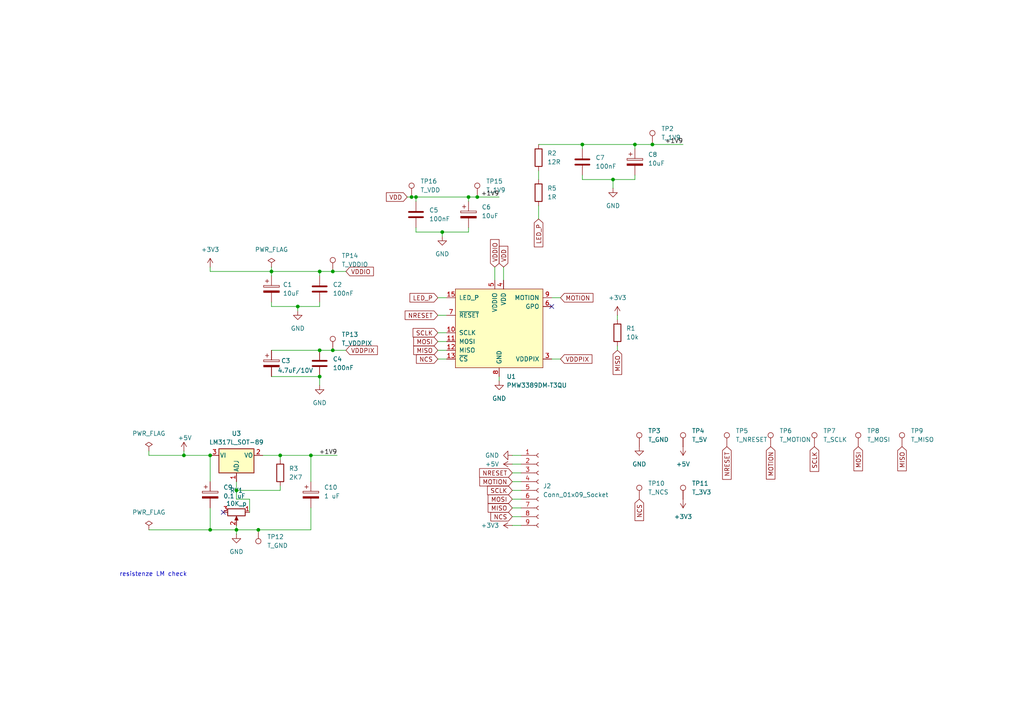
<source format=kicad_sch>
(kicad_sch
	(version 20250114)
	(generator "eeschema")
	(generator_version "9.0")
	(uuid "bc898632-37cb-47d1-8655-c4a22efc7ca2")
	(paper "A4")
	(title_block
		(title "Optical Sensor B. ProtoCNC")
		(rev "beta")
	)
	(lib_symbols
		(symbol "Connector:Conn_01x09_Socket"
			(pin_names
				(offset 1.016)
				(hide yes)
			)
			(exclude_from_sim no)
			(in_bom yes)
			(on_board yes)
			(property "Reference" "J"
				(at 0 12.7 0)
				(effects
					(font
						(size 1.27 1.27)
					)
				)
			)
			(property "Value" "Conn_01x09_Socket"
				(at 0 -12.7 0)
				(effects
					(font
						(size 1.27 1.27)
					)
				)
			)
			(property "Footprint" ""
				(at 0 0 0)
				(effects
					(font
						(size 1.27 1.27)
					)
					(hide yes)
				)
			)
			(property "Datasheet" "~"
				(at 0 0 0)
				(effects
					(font
						(size 1.27 1.27)
					)
					(hide yes)
				)
			)
			(property "Description" "Generic connector, single row, 01x09, script generated"
				(at 0 0 0)
				(effects
					(font
						(size 1.27 1.27)
					)
					(hide yes)
				)
			)
			(property "ki_locked" ""
				(at 0 0 0)
				(effects
					(font
						(size 1.27 1.27)
					)
				)
			)
			(property "ki_keywords" "connector"
				(at 0 0 0)
				(effects
					(font
						(size 1.27 1.27)
					)
					(hide yes)
				)
			)
			(property "ki_fp_filters" "Connector*:*_1x??_*"
				(at 0 0 0)
				(effects
					(font
						(size 1.27 1.27)
					)
					(hide yes)
				)
			)
			(symbol "Conn_01x09_Socket_1_1"
				(polyline
					(pts
						(xy -1.27 10.16) (xy -0.508 10.16)
					)
					(stroke
						(width 0.1524)
						(type default)
					)
					(fill
						(type none)
					)
				)
				(polyline
					(pts
						(xy -1.27 7.62) (xy -0.508 7.62)
					)
					(stroke
						(width 0.1524)
						(type default)
					)
					(fill
						(type none)
					)
				)
				(polyline
					(pts
						(xy -1.27 5.08) (xy -0.508 5.08)
					)
					(stroke
						(width 0.1524)
						(type default)
					)
					(fill
						(type none)
					)
				)
				(polyline
					(pts
						(xy -1.27 2.54) (xy -0.508 2.54)
					)
					(stroke
						(width 0.1524)
						(type default)
					)
					(fill
						(type none)
					)
				)
				(polyline
					(pts
						(xy -1.27 0) (xy -0.508 0)
					)
					(stroke
						(width 0.1524)
						(type default)
					)
					(fill
						(type none)
					)
				)
				(polyline
					(pts
						(xy -1.27 -2.54) (xy -0.508 -2.54)
					)
					(stroke
						(width 0.1524)
						(type default)
					)
					(fill
						(type none)
					)
				)
				(polyline
					(pts
						(xy -1.27 -5.08) (xy -0.508 -5.08)
					)
					(stroke
						(width 0.1524)
						(type default)
					)
					(fill
						(type none)
					)
				)
				(polyline
					(pts
						(xy -1.27 -7.62) (xy -0.508 -7.62)
					)
					(stroke
						(width 0.1524)
						(type default)
					)
					(fill
						(type none)
					)
				)
				(polyline
					(pts
						(xy -1.27 -10.16) (xy -0.508 -10.16)
					)
					(stroke
						(width 0.1524)
						(type default)
					)
					(fill
						(type none)
					)
				)
				(arc
					(start 0 9.652)
					(mid -0.5058 10.16)
					(end 0 10.668)
					(stroke
						(width 0.1524)
						(type default)
					)
					(fill
						(type none)
					)
				)
				(arc
					(start 0 7.112)
					(mid -0.5058 7.62)
					(end 0 8.128)
					(stroke
						(width 0.1524)
						(type default)
					)
					(fill
						(type none)
					)
				)
				(arc
					(start 0 4.572)
					(mid -0.5058 5.08)
					(end 0 5.588)
					(stroke
						(width 0.1524)
						(type default)
					)
					(fill
						(type none)
					)
				)
				(arc
					(start 0 2.032)
					(mid -0.5058 2.54)
					(end 0 3.048)
					(stroke
						(width 0.1524)
						(type default)
					)
					(fill
						(type none)
					)
				)
				(arc
					(start 0 -0.508)
					(mid -0.5058 0)
					(end 0 0.508)
					(stroke
						(width 0.1524)
						(type default)
					)
					(fill
						(type none)
					)
				)
				(arc
					(start 0 -3.048)
					(mid -0.5058 -2.54)
					(end 0 -2.032)
					(stroke
						(width 0.1524)
						(type default)
					)
					(fill
						(type none)
					)
				)
				(arc
					(start 0 -5.588)
					(mid -0.5058 -5.08)
					(end 0 -4.572)
					(stroke
						(width 0.1524)
						(type default)
					)
					(fill
						(type none)
					)
				)
				(arc
					(start 0 -8.128)
					(mid -0.5058 -7.62)
					(end 0 -7.112)
					(stroke
						(width 0.1524)
						(type default)
					)
					(fill
						(type none)
					)
				)
				(arc
					(start 0 -10.668)
					(mid -0.5058 -10.16)
					(end 0 -9.652)
					(stroke
						(width 0.1524)
						(type default)
					)
					(fill
						(type none)
					)
				)
				(pin passive line
					(at -5.08 10.16 0)
					(length 3.81)
					(name "Pin_1"
						(effects
							(font
								(size 1.27 1.27)
							)
						)
					)
					(number "1"
						(effects
							(font
								(size 1.27 1.27)
							)
						)
					)
				)
				(pin passive line
					(at -5.08 7.62 0)
					(length 3.81)
					(name "Pin_2"
						(effects
							(font
								(size 1.27 1.27)
							)
						)
					)
					(number "2"
						(effects
							(font
								(size 1.27 1.27)
							)
						)
					)
				)
				(pin passive line
					(at -5.08 5.08 0)
					(length 3.81)
					(name "Pin_3"
						(effects
							(font
								(size 1.27 1.27)
							)
						)
					)
					(number "3"
						(effects
							(font
								(size 1.27 1.27)
							)
						)
					)
				)
				(pin passive line
					(at -5.08 2.54 0)
					(length 3.81)
					(name "Pin_4"
						(effects
							(font
								(size 1.27 1.27)
							)
						)
					)
					(number "4"
						(effects
							(font
								(size 1.27 1.27)
							)
						)
					)
				)
				(pin passive line
					(at -5.08 0 0)
					(length 3.81)
					(name "Pin_5"
						(effects
							(font
								(size 1.27 1.27)
							)
						)
					)
					(number "5"
						(effects
							(font
								(size 1.27 1.27)
							)
						)
					)
				)
				(pin passive line
					(at -5.08 -2.54 0)
					(length 3.81)
					(name "Pin_6"
						(effects
							(font
								(size 1.27 1.27)
							)
						)
					)
					(number "6"
						(effects
							(font
								(size 1.27 1.27)
							)
						)
					)
				)
				(pin passive line
					(at -5.08 -5.08 0)
					(length 3.81)
					(name "Pin_7"
						(effects
							(font
								(size 1.27 1.27)
							)
						)
					)
					(number "7"
						(effects
							(font
								(size 1.27 1.27)
							)
						)
					)
				)
				(pin passive line
					(at -5.08 -7.62 0)
					(length 3.81)
					(name "Pin_8"
						(effects
							(font
								(size 1.27 1.27)
							)
						)
					)
					(number "8"
						(effects
							(font
								(size 1.27 1.27)
							)
						)
					)
				)
				(pin passive line
					(at -5.08 -10.16 0)
					(length 3.81)
					(name "Pin_9"
						(effects
							(font
								(size 1.27 1.27)
							)
						)
					)
					(number "9"
						(effects
							(font
								(size 1.27 1.27)
							)
						)
					)
				)
			)
			(embedded_fonts no)
		)
		(symbol "Connector:TestPoint"
			(pin_numbers
				(hide yes)
			)
			(pin_names
				(offset 0.762)
				(hide yes)
			)
			(exclude_from_sim no)
			(in_bom yes)
			(on_board yes)
			(property "Reference" "TP"
				(at 0 6.858 0)
				(effects
					(font
						(size 1.27 1.27)
					)
				)
			)
			(property "Value" "TestPoint"
				(at 0 5.08 0)
				(effects
					(font
						(size 1.27 1.27)
					)
				)
			)
			(property "Footprint" ""
				(at 5.08 0 0)
				(effects
					(font
						(size 1.27 1.27)
					)
					(hide yes)
				)
			)
			(property "Datasheet" "~"
				(at 5.08 0 0)
				(effects
					(font
						(size 1.27 1.27)
					)
					(hide yes)
				)
			)
			(property "Description" "test point"
				(at 0 0 0)
				(effects
					(font
						(size 1.27 1.27)
					)
					(hide yes)
				)
			)
			(property "ki_keywords" "test point tp"
				(at 0 0 0)
				(effects
					(font
						(size 1.27 1.27)
					)
					(hide yes)
				)
			)
			(property "ki_fp_filters" "Pin* Test*"
				(at 0 0 0)
				(effects
					(font
						(size 1.27 1.27)
					)
					(hide yes)
				)
			)
			(symbol "TestPoint_0_1"
				(circle
					(center 0 3.302)
					(radius 0.762)
					(stroke
						(width 0)
						(type default)
					)
					(fill
						(type none)
					)
				)
			)
			(symbol "TestPoint_1_1"
				(pin passive line
					(at 0 0 90)
					(length 2.54)
					(name "1"
						(effects
							(font
								(size 1.27 1.27)
							)
						)
					)
					(number "1"
						(effects
							(font
								(size 1.27 1.27)
							)
						)
					)
				)
			)
			(embedded_fonts no)
		)
		(symbol "Device:C"
			(pin_numbers
				(hide yes)
			)
			(pin_names
				(offset 0.254)
			)
			(exclude_from_sim no)
			(in_bom yes)
			(on_board yes)
			(property "Reference" "C"
				(at 0.635 2.54 0)
				(effects
					(font
						(size 1.27 1.27)
					)
					(justify left)
				)
			)
			(property "Value" "C"
				(at 0.635 -2.54 0)
				(effects
					(font
						(size 1.27 1.27)
					)
					(justify left)
				)
			)
			(property "Footprint" ""
				(at 0.9652 -3.81 0)
				(effects
					(font
						(size 1.27 1.27)
					)
					(hide yes)
				)
			)
			(property "Datasheet" "~"
				(at 0 0 0)
				(effects
					(font
						(size 1.27 1.27)
					)
					(hide yes)
				)
			)
			(property "Description" "Unpolarized capacitor"
				(at 0 0 0)
				(effects
					(font
						(size 1.27 1.27)
					)
					(hide yes)
				)
			)
			(property "ki_keywords" "cap capacitor"
				(at 0 0 0)
				(effects
					(font
						(size 1.27 1.27)
					)
					(hide yes)
				)
			)
			(property "ki_fp_filters" "C_*"
				(at 0 0 0)
				(effects
					(font
						(size 1.27 1.27)
					)
					(hide yes)
				)
			)
			(symbol "C_0_1"
				(polyline
					(pts
						(xy -2.032 0.762) (xy 2.032 0.762)
					)
					(stroke
						(width 0.508)
						(type default)
					)
					(fill
						(type none)
					)
				)
				(polyline
					(pts
						(xy -2.032 -0.762) (xy 2.032 -0.762)
					)
					(stroke
						(width 0.508)
						(type default)
					)
					(fill
						(type none)
					)
				)
			)
			(symbol "C_1_1"
				(pin passive line
					(at 0 3.81 270)
					(length 2.794)
					(name "~"
						(effects
							(font
								(size 1.27 1.27)
							)
						)
					)
					(number "1"
						(effects
							(font
								(size 1.27 1.27)
							)
						)
					)
				)
				(pin passive line
					(at 0 -3.81 90)
					(length 2.794)
					(name "~"
						(effects
							(font
								(size 1.27 1.27)
							)
						)
					)
					(number "2"
						(effects
							(font
								(size 1.27 1.27)
							)
						)
					)
				)
			)
			(embedded_fonts no)
		)
		(symbol "Device:C_Polarized"
			(pin_numbers
				(hide yes)
			)
			(pin_names
				(offset 0.254)
			)
			(exclude_from_sim no)
			(in_bom yes)
			(on_board yes)
			(property "Reference" "C"
				(at 0.635 2.54 0)
				(effects
					(font
						(size 1.27 1.27)
					)
					(justify left)
				)
			)
			(property "Value" "C_Polarized"
				(at 0.635 -2.54 0)
				(effects
					(font
						(size 1.27 1.27)
					)
					(justify left)
				)
			)
			(property "Footprint" ""
				(at 0.9652 -3.81 0)
				(effects
					(font
						(size 1.27 1.27)
					)
					(hide yes)
				)
			)
			(property "Datasheet" "~"
				(at 0 0 0)
				(effects
					(font
						(size 1.27 1.27)
					)
					(hide yes)
				)
			)
			(property "Description" "Polarized capacitor"
				(at 0 0 0)
				(effects
					(font
						(size 1.27 1.27)
					)
					(hide yes)
				)
			)
			(property "ki_keywords" "cap capacitor"
				(at 0 0 0)
				(effects
					(font
						(size 1.27 1.27)
					)
					(hide yes)
				)
			)
			(property "ki_fp_filters" "CP_*"
				(at 0 0 0)
				(effects
					(font
						(size 1.27 1.27)
					)
					(hide yes)
				)
			)
			(symbol "C_Polarized_0_1"
				(rectangle
					(start -2.286 0.508)
					(end 2.286 1.016)
					(stroke
						(width 0)
						(type default)
					)
					(fill
						(type none)
					)
				)
				(polyline
					(pts
						(xy -1.778 2.286) (xy -0.762 2.286)
					)
					(stroke
						(width 0)
						(type default)
					)
					(fill
						(type none)
					)
				)
				(polyline
					(pts
						(xy -1.27 2.794) (xy -1.27 1.778)
					)
					(stroke
						(width 0)
						(type default)
					)
					(fill
						(type none)
					)
				)
				(rectangle
					(start 2.286 -0.508)
					(end -2.286 -1.016)
					(stroke
						(width 0)
						(type default)
					)
					(fill
						(type outline)
					)
				)
			)
			(symbol "C_Polarized_1_1"
				(pin passive line
					(at 0 3.81 270)
					(length 2.794)
					(name "~"
						(effects
							(font
								(size 1.27 1.27)
							)
						)
					)
					(number "1"
						(effects
							(font
								(size 1.27 1.27)
							)
						)
					)
				)
				(pin passive line
					(at 0 -3.81 90)
					(length 2.794)
					(name "~"
						(effects
							(font
								(size 1.27 1.27)
							)
						)
					)
					(number "2"
						(effects
							(font
								(size 1.27 1.27)
							)
						)
					)
				)
			)
			(embedded_fonts no)
		)
		(symbol "Device:R"
			(pin_numbers
				(hide yes)
			)
			(pin_names
				(offset 0)
			)
			(exclude_from_sim no)
			(in_bom yes)
			(on_board yes)
			(property "Reference" "R"
				(at 2.032 0 90)
				(effects
					(font
						(size 1.27 1.27)
					)
				)
			)
			(property "Value" "R"
				(at 0 0 90)
				(effects
					(font
						(size 1.27 1.27)
					)
				)
			)
			(property "Footprint" ""
				(at -1.778 0 90)
				(effects
					(font
						(size 1.27 1.27)
					)
					(hide yes)
				)
			)
			(property "Datasheet" "~"
				(at 0 0 0)
				(effects
					(font
						(size 1.27 1.27)
					)
					(hide yes)
				)
			)
			(property "Description" "Resistor"
				(at 0 0 0)
				(effects
					(font
						(size 1.27 1.27)
					)
					(hide yes)
				)
			)
			(property "ki_keywords" "R res resistor"
				(at 0 0 0)
				(effects
					(font
						(size 1.27 1.27)
					)
					(hide yes)
				)
			)
			(property "ki_fp_filters" "R_*"
				(at 0 0 0)
				(effects
					(font
						(size 1.27 1.27)
					)
					(hide yes)
				)
			)
			(symbol "R_0_1"
				(rectangle
					(start -1.016 -2.54)
					(end 1.016 2.54)
					(stroke
						(width 0.254)
						(type default)
					)
					(fill
						(type none)
					)
				)
			)
			(symbol "R_1_1"
				(pin passive line
					(at 0 3.81 270)
					(length 1.27)
					(name "~"
						(effects
							(font
								(size 1.27 1.27)
							)
						)
					)
					(number "1"
						(effects
							(font
								(size 1.27 1.27)
							)
						)
					)
				)
				(pin passive line
					(at 0 -3.81 90)
					(length 1.27)
					(name "~"
						(effects
							(font
								(size 1.27 1.27)
							)
						)
					)
					(number "2"
						(effects
							(font
								(size 1.27 1.27)
							)
						)
					)
				)
			)
			(embedded_fonts no)
		)
		(symbol "Device:R_Potentiometer"
			(pin_names
				(offset 1.016)
				(hide yes)
			)
			(exclude_from_sim no)
			(in_bom yes)
			(on_board yes)
			(property "Reference" "RV"
				(at -4.445 0 90)
				(effects
					(font
						(size 1.27 1.27)
					)
				)
			)
			(property "Value" "R_Potentiometer"
				(at -2.54 0 90)
				(effects
					(font
						(size 1.27 1.27)
					)
				)
			)
			(property "Footprint" ""
				(at 0 0 0)
				(effects
					(font
						(size 1.27 1.27)
					)
					(hide yes)
				)
			)
			(property "Datasheet" "~"
				(at 0 0 0)
				(effects
					(font
						(size 1.27 1.27)
					)
					(hide yes)
				)
			)
			(property "Description" "Potentiometer"
				(at 0 0 0)
				(effects
					(font
						(size 1.27 1.27)
					)
					(hide yes)
				)
			)
			(property "ki_keywords" "resistor variable"
				(at 0 0 0)
				(effects
					(font
						(size 1.27 1.27)
					)
					(hide yes)
				)
			)
			(property "ki_fp_filters" "Potentiometer*"
				(at 0 0 0)
				(effects
					(font
						(size 1.27 1.27)
					)
					(hide yes)
				)
			)
			(symbol "R_Potentiometer_0_1"
				(rectangle
					(start 1.016 2.54)
					(end -1.016 -2.54)
					(stroke
						(width 0.254)
						(type default)
					)
					(fill
						(type none)
					)
				)
				(polyline
					(pts
						(xy 1.143 0) (xy 2.286 0.508) (xy 2.286 -0.508) (xy 1.143 0)
					)
					(stroke
						(width 0)
						(type default)
					)
					(fill
						(type outline)
					)
				)
				(polyline
					(pts
						(xy 2.54 0) (xy 1.524 0)
					)
					(stroke
						(width 0)
						(type default)
					)
					(fill
						(type none)
					)
				)
			)
			(symbol "R_Potentiometer_1_1"
				(pin passive line
					(at 0 3.81 270)
					(length 1.27)
					(name "1"
						(effects
							(font
								(size 1.27 1.27)
							)
						)
					)
					(number "1"
						(effects
							(font
								(size 1.27 1.27)
							)
						)
					)
				)
				(pin passive line
					(at 0 -3.81 90)
					(length 1.27)
					(name "3"
						(effects
							(font
								(size 1.27 1.27)
							)
						)
					)
					(number "3"
						(effects
							(font
								(size 1.27 1.27)
							)
						)
					)
				)
				(pin passive line
					(at 3.81 0 180)
					(length 1.27)
					(name "2"
						(effects
							(font
								(size 1.27 1.27)
							)
						)
					)
					(number "2"
						(effects
							(font
								(size 1.27 1.27)
							)
						)
					)
				)
			)
			(embedded_fonts no)
		)
		(symbol "PCM_openinput:PMW3389DM‐T3QU"
			(pin_names
				(offset 1.016)
			)
			(exclude_from_sim no)
			(in_bom yes)
			(on_board yes)
			(property "Reference" "U"
				(at -11.43 13.97 0)
				(effects
					(font
						(size 1.27 1.27)
					)
				)
			)
			(property "Value" "PMW3389DM‐T3QU"
				(at 8.89 -11.43 0)
				(effects
					(font
						(size 1.27 1.27)
					)
				)
			)
			(property "Footprint" "openinput:PXI-DIP-16"
				(at 0 0 0)
				(effects
					(font
						(size 1.27 1.27)
					)
					(hide yes)
				)
			)
			(property "Datasheet" "https://www.broadband.se/media/productattach/p/i/pixart_pmw3389dm-t3qu_-_productbrief_1374785_8.pdf"
				(at -8.89 13.97 0)
				(effects
					(font
						(size 1.27 1.27)
					)
					(hide yes)
				)
			)
			(property "Description" "Optical Gaming Navigation Sensor"
				(at 0 0 0)
				(effects
					(font
						(size 1.27 1.27)
					)
					(hide yes)
				)
			)
			(property "ki_keywords" "Optical Gaming Navigation Sensor"
				(at 0 0 0)
				(effects
					(font
						(size 1.27 1.27)
					)
					(hide yes)
				)
			)
			(symbol "PMW3389DM‐T3QU_0_1"
				(rectangle
					(start -12.7 12.7)
					(end 12.7 -10.16)
					(stroke
						(width 0)
						(type default)
					)
					(fill
						(type background)
					)
				)
			)
			(symbol "PMW3389DM‐T3QU_1_1"
				(pin input line
					(at -15.24 10.16 0)
					(length 2.54)
					(name "LED_P"
						(effects
							(font
								(size 1.27 1.27)
							)
						)
					)
					(number "15"
						(effects
							(font
								(size 1.27 1.27)
							)
						)
					)
				)
				(pin input line
					(at -15.24 5.08 0)
					(length 2.54)
					(name "~{RESET}"
						(effects
							(font
								(size 1.27 1.27)
							)
						)
					)
					(number "7"
						(effects
							(font
								(size 1.27 1.27)
							)
						)
					)
				)
				(pin input line
					(at -15.24 0 0)
					(length 2.54)
					(name "SCLK"
						(effects
							(font
								(size 1.27 1.27)
							)
						)
					)
					(number "10"
						(effects
							(font
								(size 1.27 1.27)
							)
						)
					)
				)
				(pin input line
					(at -15.24 -2.54 0)
					(length 2.54)
					(name "MOSI"
						(effects
							(font
								(size 1.27 1.27)
							)
						)
					)
					(number "11"
						(effects
							(font
								(size 1.27 1.27)
							)
						)
					)
				)
				(pin output line
					(at -15.24 -5.08 0)
					(length 2.54)
					(name "MISO"
						(effects
							(font
								(size 1.27 1.27)
							)
						)
					)
					(number "12"
						(effects
							(font
								(size 1.27 1.27)
							)
						)
					)
				)
				(pin input line
					(at -15.24 -7.62 0)
					(length 2.54)
					(name "~{CS}"
						(effects
							(font
								(size 1.27 1.27)
							)
						)
					)
					(number "13"
						(effects
							(font
								(size 1.27 1.27)
							)
						)
					)
				)
				(pin power_in line
					(at -1.27 15.24 270)
					(length 2.54)
					(name "VDDIO"
						(effects
							(font
								(size 1.27 1.27)
							)
						)
					)
					(number "5"
						(effects
							(font
								(size 1.27 1.27)
							)
						)
					)
				)
				(pin power_in line
					(at 0 -12.7 90)
					(length 2.54)
					(name "GND"
						(effects
							(font
								(size 1.27 1.27)
							)
						)
					)
					(number "8"
						(effects
							(font
								(size 1.27 1.27)
							)
						)
					)
				)
				(pin power_in line
					(at 1.27 15.24 270)
					(length 2.54)
					(name "VDD"
						(effects
							(font
								(size 1.27 1.27)
							)
						)
					)
					(number "4"
						(effects
							(font
								(size 1.27 1.27)
							)
						)
					)
				)
				(pin output line
					(at 15.24 10.16 180)
					(length 2.54)
					(name "MOTION"
						(effects
							(font
								(size 1.27 1.27)
							)
						)
					)
					(number "9"
						(effects
							(font
								(size 1.27 1.27)
							)
						)
					)
				)
				(pin output line
					(at 15.24 7.62 180)
					(length 2.54)
					(name "GPO"
						(effects
							(font
								(size 1.27 1.27)
							)
						)
					)
					(number "6"
						(effects
							(font
								(size 1.27 1.27)
							)
						)
					)
				)
				(pin power_out line
					(at 15.24 -7.62 180)
					(length 2.54)
					(name "VDDPIX"
						(effects
							(font
								(size 1.27 1.27)
							)
						)
					)
					(number "3"
						(effects
							(font
								(size 1.27 1.27)
							)
						)
					)
				)
			)
			(embedded_fonts no)
		)
		(symbol "Regulator_Linear:LM317L_SOT-89"
			(pin_names
				(offset 0.254)
			)
			(exclude_from_sim no)
			(in_bom yes)
			(on_board yes)
			(property "Reference" "U"
				(at -3.81 3.175 0)
				(effects
					(font
						(size 1.27 1.27)
					)
				)
			)
			(property "Value" "LM317L_SOT-89"
				(at 0 3.175 0)
				(effects
					(font
						(size 1.27 1.27)
					)
					(justify left)
				)
			)
			(property "Footprint" "Package_TO_SOT_SMD:SOT-89-3"
				(at 0 6.35 0)
				(effects
					(font
						(size 1.27 1.27)
						(italic yes)
					)
					(hide yes)
				)
			)
			(property "Datasheet" "http://www.ti.com/lit/ds/symlink/lm317l.pdf"
				(at 0 0 0)
				(effects
					(font
						(size 1.27 1.27)
					)
					(hide yes)
				)
			)
			(property "Description" "100mA 35V Adjustable Linear Regulator, SOT-89"
				(at 0 0 0)
				(effects
					(font
						(size 1.27 1.27)
					)
					(hide yes)
				)
			)
			(property "ki_keywords" "Adjustable Voltage Regulator 1A Positive"
				(at 0 0 0)
				(effects
					(font
						(size 1.27 1.27)
					)
					(hide yes)
				)
			)
			(property "ki_fp_filters" "SOT?89*"
				(at 0 0 0)
				(effects
					(font
						(size 1.27 1.27)
					)
					(hide yes)
				)
			)
			(symbol "LM317L_SOT-89_0_1"
				(rectangle
					(start -5.08 1.905)
					(end 5.08 -5.08)
					(stroke
						(width 0.254)
						(type default)
					)
					(fill
						(type background)
					)
				)
			)
			(symbol "LM317L_SOT-89_1_1"
				(pin power_in line
					(at -7.62 0 0)
					(length 2.54)
					(name "VI"
						(effects
							(font
								(size 1.27 1.27)
							)
						)
					)
					(number "3"
						(effects
							(font
								(size 1.27 1.27)
							)
						)
					)
				)
				(pin input line
					(at 0 -7.62 90)
					(length 2.54)
					(name "ADJ"
						(effects
							(font
								(size 1.27 1.27)
							)
						)
					)
					(number "1"
						(effects
							(font
								(size 1.27 1.27)
							)
						)
					)
				)
				(pin power_out line
					(at 7.62 0 180)
					(length 2.54)
					(name "VO"
						(effects
							(font
								(size 1.27 1.27)
							)
						)
					)
					(number "2"
						(effects
							(font
								(size 1.27 1.27)
							)
						)
					)
				)
			)
			(embedded_fonts no)
		)
		(symbol "power:+3V3"
			(power)
			(pin_numbers
				(hide yes)
			)
			(pin_names
				(offset 0)
				(hide yes)
			)
			(exclude_from_sim no)
			(in_bom yes)
			(on_board yes)
			(property "Reference" "#PWR"
				(at 0 -3.81 0)
				(effects
					(font
						(size 1.27 1.27)
					)
					(hide yes)
				)
			)
			(property "Value" "+3V3"
				(at 0 3.556 0)
				(effects
					(font
						(size 1.27 1.27)
					)
				)
			)
			(property "Footprint" ""
				(at 0 0 0)
				(effects
					(font
						(size 1.27 1.27)
					)
					(hide yes)
				)
			)
			(property "Datasheet" ""
				(at 0 0 0)
				(effects
					(font
						(size 1.27 1.27)
					)
					(hide yes)
				)
			)
			(property "Description" "Power symbol creates a global label with name \"+3V3\""
				(at 0 0 0)
				(effects
					(font
						(size 1.27 1.27)
					)
					(hide yes)
				)
			)
			(property "ki_keywords" "global power"
				(at 0 0 0)
				(effects
					(font
						(size 1.27 1.27)
					)
					(hide yes)
				)
			)
			(symbol "+3V3_0_1"
				(polyline
					(pts
						(xy -0.762 1.27) (xy 0 2.54)
					)
					(stroke
						(width 0)
						(type default)
					)
					(fill
						(type none)
					)
				)
				(polyline
					(pts
						(xy 0 2.54) (xy 0.762 1.27)
					)
					(stroke
						(width 0)
						(type default)
					)
					(fill
						(type none)
					)
				)
				(polyline
					(pts
						(xy 0 0) (xy 0 2.54)
					)
					(stroke
						(width 0)
						(type default)
					)
					(fill
						(type none)
					)
				)
			)
			(symbol "+3V3_1_1"
				(pin power_in line
					(at 0 0 90)
					(length 0)
					(name "~"
						(effects
							(font
								(size 1.27 1.27)
							)
						)
					)
					(number "1"
						(effects
							(font
								(size 1.27 1.27)
							)
						)
					)
				)
			)
			(embedded_fonts no)
		)
		(symbol "power:+5V"
			(power)
			(pin_numbers
				(hide yes)
			)
			(pin_names
				(offset 0)
				(hide yes)
			)
			(exclude_from_sim no)
			(in_bom yes)
			(on_board yes)
			(property "Reference" "#PWR"
				(at 0 -3.81 0)
				(effects
					(font
						(size 1.27 1.27)
					)
					(hide yes)
				)
			)
			(property "Value" "+5V"
				(at 0 3.556 0)
				(effects
					(font
						(size 1.27 1.27)
					)
				)
			)
			(property "Footprint" ""
				(at 0 0 0)
				(effects
					(font
						(size 1.27 1.27)
					)
					(hide yes)
				)
			)
			(property "Datasheet" ""
				(at 0 0 0)
				(effects
					(font
						(size 1.27 1.27)
					)
					(hide yes)
				)
			)
			(property "Description" "Power symbol creates a global label with name \"+5V\""
				(at 0 0 0)
				(effects
					(font
						(size 1.27 1.27)
					)
					(hide yes)
				)
			)
			(property "ki_keywords" "global power"
				(at 0 0 0)
				(effects
					(font
						(size 1.27 1.27)
					)
					(hide yes)
				)
			)
			(symbol "+5V_0_1"
				(polyline
					(pts
						(xy -0.762 1.27) (xy 0 2.54)
					)
					(stroke
						(width 0)
						(type default)
					)
					(fill
						(type none)
					)
				)
				(polyline
					(pts
						(xy 0 2.54) (xy 0.762 1.27)
					)
					(stroke
						(width 0)
						(type default)
					)
					(fill
						(type none)
					)
				)
				(polyline
					(pts
						(xy 0 0) (xy 0 2.54)
					)
					(stroke
						(width 0)
						(type default)
					)
					(fill
						(type none)
					)
				)
			)
			(symbol "+5V_1_1"
				(pin power_in line
					(at 0 0 90)
					(length 0)
					(name "~"
						(effects
							(font
								(size 1.27 1.27)
							)
						)
					)
					(number "1"
						(effects
							(font
								(size 1.27 1.27)
							)
						)
					)
				)
			)
			(embedded_fonts no)
		)
		(symbol "power:GND"
			(power)
			(pin_numbers
				(hide yes)
			)
			(pin_names
				(offset 0)
				(hide yes)
			)
			(exclude_from_sim no)
			(in_bom yes)
			(on_board yes)
			(property "Reference" "#PWR"
				(at 0 -6.35 0)
				(effects
					(font
						(size 1.27 1.27)
					)
					(hide yes)
				)
			)
			(property "Value" "GND"
				(at 0 -3.81 0)
				(effects
					(font
						(size 1.27 1.27)
					)
				)
			)
			(property "Footprint" ""
				(at 0 0 0)
				(effects
					(font
						(size 1.27 1.27)
					)
					(hide yes)
				)
			)
			(property "Datasheet" ""
				(at 0 0 0)
				(effects
					(font
						(size 1.27 1.27)
					)
					(hide yes)
				)
			)
			(property "Description" "Power symbol creates a global label with name \"GND\" , ground"
				(at 0 0 0)
				(effects
					(font
						(size 1.27 1.27)
					)
					(hide yes)
				)
			)
			(property "ki_keywords" "global power"
				(at 0 0 0)
				(effects
					(font
						(size 1.27 1.27)
					)
					(hide yes)
				)
			)
			(symbol "GND_0_1"
				(polyline
					(pts
						(xy 0 0) (xy 0 -1.27) (xy 1.27 -1.27) (xy 0 -2.54) (xy -1.27 -1.27) (xy 0 -1.27)
					)
					(stroke
						(width 0)
						(type default)
					)
					(fill
						(type none)
					)
				)
			)
			(symbol "GND_1_1"
				(pin power_in line
					(at 0 0 270)
					(length 0)
					(name "~"
						(effects
							(font
								(size 1.27 1.27)
							)
						)
					)
					(number "1"
						(effects
							(font
								(size 1.27 1.27)
							)
						)
					)
				)
			)
			(embedded_fonts no)
		)
		(symbol "power:PWR_FLAG"
			(power)
			(pin_numbers
				(hide yes)
			)
			(pin_names
				(offset 0)
				(hide yes)
			)
			(exclude_from_sim no)
			(in_bom yes)
			(on_board yes)
			(property "Reference" "#FLG"
				(at 0 1.905 0)
				(effects
					(font
						(size 1.27 1.27)
					)
					(hide yes)
				)
			)
			(property "Value" "PWR_FLAG"
				(at 0 3.81 0)
				(effects
					(font
						(size 1.27 1.27)
					)
				)
			)
			(property "Footprint" ""
				(at 0 0 0)
				(effects
					(font
						(size 1.27 1.27)
					)
					(hide yes)
				)
			)
			(property "Datasheet" "~"
				(at 0 0 0)
				(effects
					(font
						(size 1.27 1.27)
					)
					(hide yes)
				)
			)
			(property "Description" "Special symbol for telling ERC where power comes from"
				(at 0 0 0)
				(effects
					(font
						(size 1.27 1.27)
					)
					(hide yes)
				)
			)
			(property "ki_keywords" "flag power"
				(at 0 0 0)
				(effects
					(font
						(size 1.27 1.27)
					)
					(hide yes)
				)
			)
			(symbol "PWR_FLAG_0_0"
				(pin power_out line
					(at 0 0 90)
					(length 0)
					(name "~"
						(effects
							(font
								(size 1.27 1.27)
							)
						)
					)
					(number "1"
						(effects
							(font
								(size 1.27 1.27)
							)
						)
					)
				)
			)
			(symbol "PWR_FLAG_0_1"
				(polyline
					(pts
						(xy 0 0) (xy 0 1.27) (xy -1.016 1.905) (xy 0 2.54) (xy 1.016 1.905) (xy 0 1.27)
					)
					(stroke
						(width 0)
						(type default)
					)
					(fill
						(type none)
					)
				)
			)
			(embedded_fonts no)
		)
	)
	(text "resistenze LM check"
		(exclude_from_sim no)
		(at 44.45 166.624 0)
		(effects
			(font
				(size 1.27 1.27)
			)
		)
		(uuid "b8d3f05f-9695-4b84-8fc4-d9c143cd4ada")
	)
	(junction
		(at 90.17 132.08)
		(diameter 0)
		(color 0 0 0 0)
		(uuid "0e4a75cb-cd58-4673-b950-13e4792c7b3e")
	)
	(junction
		(at 189.23 41.91)
		(diameter 0)
		(color 0 0 0 0)
		(uuid "21c2f012-3eaf-43ae-a711-cae16ccde255")
	)
	(junction
		(at 74.93 153.67)
		(diameter 0)
		(color 0 0 0 0)
		(uuid "23fa4e94-61c0-4e2d-9833-fa077c9b9dac")
	)
	(junction
		(at 135.89 57.15)
		(diameter 0)
		(color 0 0 0 0)
		(uuid "32c243f1-f1c2-42c1-8d9e-03bc6d986865")
	)
	(junction
		(at 68.58 153.67)
		(diameter 0)
		(color 0 0 0 0)
		(uuid "386baff4-ca17-461e-b58b-1ac6698d7c23")
	)
	(junction
		(at 86.36 88.9)
		(diameter 0)
		(color 0 0 0 0)
		(uuid "4046a081-e2e9-4d93-b4a4-7c397a78c48c")
	)
	(junction
		(at 81.28 132.08)
		(diameter 0)
		(color 0 0 0 0)
		(uuid "5e835d58-15b6-4af0-992c-2fd1af7495b2")
	)
	(junction
		(at 78.74 78.74)
		(diameter 0)
		(color 0 0 0 0)
		(uuid "6366f315-6667-4dc4-80b9-abed54560091")
	)
	(junction
		(at 92.71 109.22)
		(diameter 0)
		(color 0 0 0 0)
		(uuid "64980a50-ecdc-42ca-ad22-78a6da146fca")
	)
	(junction
		(at 96.52 78.74)
		(diameter 0)
		(color 0 0 0 0)
		(uuid "686f01c6-4d9d-41d7-b37b-895dbe8dfbf5")
	)
	(junction
		(at 119.38 57.15)
		(diameter 0)
		(color 0 0 0 0)
		(uuid "6c222f1f-8b3c-4ab2-b399-a8167ec5674d")
	)
	(junction
		(at 68.58 142.24)
		(diameter 0)
		(color 0 0 0 0)
		(uuid "6fcf5e93-c680-4a43-8bf4-a5820c80843f")
	)
	(junction
		(at 184.15 41.91)
		(diameter 0)
		(color 0 0 0 0)
		(uuid "70844833-84b5-4e64-80ae-809c730629a7")
	)
	(junction
		(at 60.96 153.67)
		(diameter 0)
		(color 0 0 0 0)
		(uuid "850ec331-6eb4-44d5-884f-5b488fbbfee1")
	)
	(junction
		(at 96.52 101.6)
		(diameter 0)
		(color 0 0 0 0)
		(uuid "8f304669-c5f2-40fc-a48d-d7cee99e42b5")
	)
	(junction
		(at 138.43 57.15)
		(diameter 0)
		(color 0 0 0 0)
		(uuid "9573e725-4794-4e0b-8416-e26f49a15374")
	)
	(junction
		(at 168.91 41.91)
		(diameter 0)
		(color 0 0 0 0)
		(uuid "a0d781fa-c6eb-4c60-9fb9-cd6276323c3c")
	)
	(junction
		(at 92.71 101.6)
		(diameter 0)
		(color 0 0 0 0)
		(uuid "a63efe43-3962-4277-8e3a-6bf57b01e964")
	)
	(junction
		(at 92.71 78.74)
		(diameter 0)
		(color 0 0 0 0)
		(uuid "d4ebc3e1-7c95-4512-a805-f5cbc800faad")
	)
	(junction
		(at 128.27 67.31)
		(diameter 0)
		(color 0 0 0 0)
		(uuid "dc77903e-c53d-4cb2-b1e5-03c9c027489a")
	)
	(junction
		(at 120.65 57.15)
		(diameter 0)
		(color 0 0 0 0)
		(uuid "dfa1d7b5-2c32-42c1-9846-c2b634146c1d")
	)
	(junction
		(at 53.34 132.08)
		(diameter 0)
		(color 0 0 0 0)
		(uuid "e48a859a-baa6-47d5-8e1c-4fef8f99b110")
	)
	(junction
		(at 60.96 132.08)
		(diameter 0)
		(color 0 0 0 0)
		(uuid "f3121351-f951-4656-92eb-24d5edd0b108")
	)
	(junction
		(at 177.8 52.07)
		(diameter 0)
		(color 0 0 0 0)
		(uuid "f54f5cdb-5b83-4650-8b23-bef644a5cb10")
	)
	(no_connect
		(at 64.77 148.59)
		(uuid "2d0cb268-eebb-413a-9f1e-df1326f034c7")
	)
	(no_connect
		(at 160.02 88.9)
		(uuid "96ad8f2f-ecc5-4916-a261-6aa7f2493353")
	)
	(wire
		(pts
			(xy 78.74 101.6) (xy 92.71 101.6)
		)
		(stroke
			(width 0)
			(type default)
		)
		(uuid "01cd6374-78bd-41a1-a095-776e010038d1")
	)
	(wire
		(pts
			(xy 184.15 43.18) (xy 184.15 41.91)
		)
		(stroke
			(width 0)
			(type default)
		)
		(uuid "02d217cb-b2b1-40ae-a236-3226c0f706a4")
	)
	(wire
		(pts
			(xy 78.74 109.22) (xy 92.71 109.22)
		)
		(stroke
			(width 0)
			(type default)
		)
		(uuid "031df564-1cf3-489b-bec1-0df160e0dbab")
	)
	(wire
		(pts
			(xy 127 86.36) (xy 129.54 86.36)
		)
		(stroke
			(width 0)
			(type default)
		)
		(uuid "0c4cdffb-361e-4acf-aa2d-fe2119988765")
	)
	(wire
		(pts
			(xy 151.13 137.16) (xy 148.59 137.16)
		)
		(stroke
			(width 0)
			(type default)
		)
		(uuid "0e10d58e-ed5f-4def-967b-3cd2f734e8fa")
	)
	(wire
		(pts
			(xy 156.21 59.69) (xy 156.21 63.5)
		)
		(stroke
			(width 0)
			(type default)
		)
		(uuid "0e701368-c3d6-4c62-ba51-26be61a4c6ee")
	)
	(wire
		(pts
			(xy 177.8 52.07) (xy 177.8 54.61)
		)
		(stroke
			(width 0)
			(type default)
		)
		(uuid "15ce0042-6c60-4d18-bbca-0ca8f918b73f")
	)
	(wire
		(pts
			(xy 127 101.6) (xy 129.54 101.6)
		)
		(stroke
			(width 0)
			(type default)
		)
		(uuid "18bf194d-9a46-4c12-826a-71313faf5bc7")
	)
	(wire
		(pts
			(xy 151.13 147.32) (xy 148.59 147.32)
		)
		(stroke
			(width 0)
			(type default)
		)
		(uuid "19db060a-4947-4203-b40e-584bf54b5031")
	)
	(wire
		(pts
			(xy 146.05 77.47) (xy 146.05 81.28)
		)
		(stroke
			(width 0)
			(type default)
		)
		(uuid "1c379819-9e25-4865-9286-9fa15f8dfa6b")
	)
	(wire
		(pts
			(xy 120.65 58.42) (xy 120.65 57.15)
		)
		(stroke
			(width 0)
			(type default)
		)
		(uuid "21d033b3-5b27-49d9-9935-44c36d17de20")
	)
	(wire
		(pts
			(xy 78.74 78.74) (xy 60.96 78.74)
		)
		(stroke
			(width 0)
			(type default)
		)
		(uuid "2379075d-57b7-43a7-96d1-95701b5bc559")
	)
	(wire
		(pts
			(xy 127 99.06) (xy 129.54 99.06)
		)
		(stroke
			(width 0)
			(type default)
		)
		(uuid "2379ce20-0c1e-4a6f-b88e-391e948963b7")
	)
	(wire
		(pts
			(xy 151.13 142.24) (xy 148.59 142.24)
		)
		(stroke
			(width 0)
			(type default)
		)
		(uuid "23a82d10-a1e4-4235-ab20-07cf59b05bbf")
	)
	(wire
		(pts
			(xy 78.74 78.74) (xy 92.71 78.74)
		)
		(stroke
			(width 0)
			(type default)
		)
		(uuid "24e5c31e-6df1-4926-9e74-583c46b02bc0")
	)
	(wire
		(pts
			(xy 86.36 90.17) (xy 86.36 88.9)
		)
		(stroke
			(width 0)
			(type default)
		)
		(uuid "29c7e448-99e5-40c3-bdb8-e5c2f5f038b1")
	)
	(wire
		(pts
			(xy 81.28 142.24) (xy 68.58 142.24)
		)
		(stroke
			(width 0)
			(type default)
		)
		(uuid "2b239d4d-4c96-4af1-9a8c-1332aebf8352")
	)
	(wire
		(pts
			(xy 128.27 67.31) (xy 135.89 67.31)
		)
		(stroke
			(width 0)
			(type default)
		)
		(uuid "2bf4819e-586a-460e-b411-aa5d80a9a153")
	)
	(wire
		(pts
			(xy 184.15 52.07) (xy 184.15 50.8)
		)
		(stroke
			(width 0)
			(type default)
		)
		(uuid "2cd58457-f428-4729-994f-49fb2ea235de")
	)
	(wire
		(pts
			(xy 151.13 134.62) (xy 148.59 134.62)
		)
		(stroke
			(width 0)
			(type default)
		)
		(uuid "30a9420b-ba0b-4c24-a46f-1c86f4edec70")
	)
	(wire
		(pts
			(xy 168.91 41.91) (xy 184.15 41.91)
		)
		(stroke
			(width 0)
			(type default)
		)
		(uuid "32abbf73-5855-4989-8c45-b6c20c0b1d60")
	)
	(wire
		(pts
			(xy 68.58 139.7) (xy 68.58 142.24)
		)
		(stroke
			(width 0)
			(type default)
		)
		(uuid "3758a2fe-f9d8-4d1f-a5d6-06811bcc4f47")
	)
	(wire
		(pts
			(xy 90.17 132.08) (xy 97.79 132.08)
		)
		(stroke
			(width 0)
			(type default)
		)
		(uuid "40616379-ab80-4c6d-9910-0eef595f81d1")
	)
	(wire
		(pts
			(xy 127 96.52) (xy 129.54 96.52)
		)
		(stroke
			(width 0)
			(type default)
		)
		(uuid "47eeed2e-42cc-4b34-8e5e-3f396c970c23")
	)
	(wire
		(pts
			(xy 53.34 132.08) (xy 60.96 132.08)
		)
		(stroke
			(width 0)
			(type default)
		)
		(uuid "4ac4ee33-029f-4877-9b0b-52d7fcb9f30d")
	)
	(wire
		(pts
			(xy 43.18 132.08) (xy 53.34 132.08)
		)
		(stroke
			(width 0)
			(type default)
		)
		(uuid "4dbe80de-414f-4268-ba73-46e00a34c132")
	)
	(wire
		(pts
			(xy 179.07 91.44) (xy 179.07 92.71)
		)
		(stroke
			(width 0)
			(type default)
		)
		(uuid "4e4d9779-5403-47e4-b5cd-8c7689267ce0")
	)
	(wire
		(pts
			(xy 92.71 78.74) (xy 96.52 78.74)
		)
		(stroke
			(width 0)
			(type default)
		)
		(uuid "4f347b09-82cc-40d6-94a6-8d27779ad17a")
	)
	(wire
		(pts
			(xy 72.39 148.59) (xy 72.39 144.78)
		)
		(stroke
			(width 0)
			(type default)
		)
		(uuid "4f5ba762-31ee-4002-b17e-5f7589b789db")
	)
	(wire
		(pts
			(xy 151.13 149.86) (xy 148.59 149.86)
		)
		(stroke
			(width 0)
			(type default)
		)
		(uuid "52134831-ed0b-429d-8002-20dda8a497bf")
	)
	(wire
		(pts
			(xy 43.18 153.67) (xy 60.96 153.67)
		)
		(stroke
			(width 0)
			(type default)
		)
		(uuid "5bb3fed7-f613-418a-a93e-fda17f4a12fe")
	)
	(wire
		(pts
			(xy 78.74 88.9) (xy 78.74 87.63)
		)
		(stroke
			(width 0)
			(type default)
		)
		(uuid "5f4a2840-7204-43e7-a462-c25c1906d12d")
	)
	(wire
		(pts
			(xy 92.71 88.9) (xy 92.71 87.63)
		)
		(stroke
			(width 0)
			(type default)
		)
		(uuid "6b17445d-93d7-4c38-ac3e-fbe55e88d162")
	)
	(wire
		(pts
			(xy 90.17 132.08) (xy 90.17 139.7)
		)
		(stroke
			(width 0)
			(type default)
		)
		(uuid "6cf0ad3e-68d8-4e26-98ce-27d577eb0573")
	)
	(wire
		(pts
			(xy 92.71 101.6) (xy 96.52 101.6)
		)
		(stroke
			(width 0)
			(type default)
		)
		(uuid "6d45d577-5953-4b33-bada-d2baa2708892")
	)
	(wire
		(pts
			(xy 168.91 52.07) (xy 168.91 50.8)
		)
		(stroke
			(width 0)
			(type default)
		)
		(uuid "7458de8e-9fbc-4ae6-843b-5a85e311750b")
	)
	(wire
		(pts
			(xy 151.13 139.7) (xy 148.59 139.7)
		)
		(stroke
			(width 0)
			(type default)
		)
		(uuid "76e63ff6-0cbe-4c4b-9aed-684422438281")
	)
	(wire
		(pts
			(xy 68.58 153.67) (xy 74.93 153.67)
		)
		(stroke
			(width 0)
			(type default)
		)
		(uuid "7748de6c-5dac-4cb5-be92-e955efb9e5e0")
	)
	(wire
		(pts
			(xy 78.74 88.9) (xy 86.36 88.9)
		)
		(stroke
			(width 0)
			(type default)
		)
		(uuid "7875e2df-6155-4d6f-b3a1-97ccd2348839")
	)
	(wire
		(pts
			(xy 81.28 140.97) (xy 81.28 142.24)
		)
		(stroke
			(width 0)
			(type default)
		)
		(uuid "7a1fdd0e-2f36-4432-a4ab-b1addef1dcd0")
	)
	(wire
		(pts
			(xy 120.65 67.31) (xy 128.27 67.31)
		)
		(stroke
			(width 0)
			(type default)
		)
		(uuid "7b9da23a-7a12-4bb9-ba0a-4027bda18be8")
	)
	(wire
		(pts
			(xy 53.34 130.81) (xy 53.34 132.08)
		)
		(stroke
			(width 0)
			(type default)
		)
		(uuid "8033a6f3-319b-4c1b-bf3a-d8db821a05ac")
	)
	(wire
		(pts
			(xy 189.23 41.91) (xy 198.12 41.91)
		)
		(stroke
			(width 0)
			(type default)
		)
		(uuid "82ab650b-3a51-4a41-8b57-fb080cddb6a8")
	)
	(wire
		(pts
			(xy 96.52 78.74) (xy 100.33 78.74)
		)
		(stroke
			(width 0)
			(type default)
		)
		(uuid "83c78783-532a-4389-bf21-82304ad96070")
	)
	(wire
		(pts
			(xy 156.21 49.53) (xy 156.21 52.07)
		)
		(stroke
			(width 0)
			(type default)
		)
		(uuid "878556e5-1263-40f4-a718-1c1da798a221")
	)
	(wire
		(pts
			(xy 135.89 67.31) (xy 135.89 66.04)
		)
		(stroke
			(width 0)
			(type default)
		)
		(uuid "87d9bc52-3dba-48ef-a2c3-88dff51f8e40")
	)
	(wire
		(pts
			(xy 92.71 80.01) (xy 92.71 78.74)
		)
		(stroke
			(width 0)
			(type default)
		)
		(uuid "8dc508a7-9068-4b69-b2c0-7b7f6e74769b")
	)
	(wire
		(pts
			(xy 168.91 52.07) (xy 177.8 52.07)
		)
		(stroke
			(width 0)
			(type default)
		)
		(uuid "8f01834b-1b6f-493e-9472-b544100525de")
	)
	(wire
		(pts
			(xy 43.18 132.08) (xy 43.18 130.81)
		)
		(stroke
			(width 0)
			(type default)
		)
		(uuid "90c5b440-32d2-4b24-a541-86b7eeacc300")
	)
	(wire
		(pts
			(xy 162.56 104.14) (xy 160.02 104.14)
		)
		(stroke
			(width 0)
			(type default)
		)
		(uuid "955bbad9-bd58-450e-a2a1-baf5192570f3")
	)
	(wire
		(pts
			(xy 135.89 57.15) (xy 138.43 57.15)
		)
		(stroke
			(width 0)
			(type default)
		)
		(uuid "95ad76d1-d17a-490a-93a4-8585fa32a6f0")
	)
	(wire
		(pts
			(xy 60.96 153.67) (xy 68.58 153.67)
		)
		(stroke
			(width 0)
			(type default)
		)
		(uuid "98055ea7-5b81-4bf0-9a09-a429cf6c5dc0")
	)
	(wire
		(pts
			(xy 60.96 132.08) (xy 60.96 139.7)
		)
		(stroke
			(width 0)
			(type default)
		)
		(uuid "9c3dad85-d67a-45a3-bc84-e0f8b55c4d9f")
	)
	(wire
		(pts
			(xy 81.28 133.35) (xy 81.28 132.08)
		)
		(stroke
			(width 0)
			(type default)
		)
		(uuid "addc2e4c-fd9f-4701-ad31-69eb7a2d7d94")
	)
	(wire
		(pts
			(xy 60.96 77.47) (xy 60.96 78.74)
		)
		(stroke
			(width 0)
			(type default)
		)
		(uuid "b6fd21e1-7ada-42a2-8a68-e87abf1e0f9e")
	)
	(wire
		(pts
			(xy 68.58 142.24) (xy 68.58 144.78)
		)
		(stroke
			(width 0)
			(type default)
		)
		(uuid "b9c15c1b-c6b4-447d-8fa8-f513fed0d155")
	)
	(wire
		(pts
			(xy 72.39 144.78) (xy 68.58 144.78)
		)
		(stroke
			(width 0)
			(type default)
		)
		(uuid "ba238e8b-f3af-4b92-817b-1f04621fb287")
	)
	(wire
		(pts
			(xy 138.43 57.15) (xy 144.78 57.15)
		)
		(stroke
			(width 0)
			(type default)
		)
		(uuid "bc4b7c92-2ab2-4661-83a2-b894eea1ad73")
	)
	(wire
		(pts
			(xy 74.93 153.67) (xy 90.17 153.67)
		)
		(stroke
			(width 0)
			(type default)
		)
		(uuid "bda518b5-019e-4e9a-adaf-39bc5a1e7980")
	)
	(wire
		(pts
			(xy 120.65 67.31) (xy 120.65 66.04)
		)
		(stroke
			(width 0)
			(type default)
		)
		(uuid "bdb187b6-3336-48b6-8ab8-0ae2df481f96")
	)
	(wire
		(pts
			(xy 156.21 41.91) (xy 168.91 41.91)
		)
		(stroke
			(width 0)
			(type default)
		)
		(uuid "bdea8b24-1c02-43cb-b7e3-af069ed60451")
	)
	(wire
		(pts
			(xy 96.52 101.6) (xy 100.33 101.6)
		)
		(stroke
			(width 0)
			(type default)
		)
		(uuid "bfafec65-7095-438b-b45d-97d67b722af1")
	)
	(wire
		(pts
			(xy 151.13 144.78) (xy 148.59 144.78)
		)
		(stroke
			(width 0)
			(type default)
		)
		(uuid "c4d4fb69-3acb-46e0-924c-dced5de1c4bf")
	)
	(wire
		(pts
			(xy 151.13 132.08) (xy 148.59 132.08)
		)
		(stroke
			(width 0)
			(type default)
		)
		(uuid "c70f78c2-291e-4a83-9184-07d599835ab1")
	)
	(wire
		(pts
			(xy 162.56 86.36) (xy 160.02 86.36)
		)
		(stroke
			(width 0)
			(type default)
		)
		(uuid "cd5f82f5-f7fe-41cd-b3e1-186a3f03f44b")
	)
	(wire
		(pts
			(xy 184.15 41.91) (xy 189.23 41.91)
		)
		(stroke
			(width 0)
			(type default)
		)
		(uuid "cdfc4392-a62a-4133-be0b-de0a3f44aef6")
	)
	(wire
		(pts
			(xy 68.58 153.67) (xy 68.58 152.4)
		)
		(stroke
			(width 0)
			(type default)
		)
		(uuid "cef971e1-52dd-4c06-898b-4e83587dbc8b")
	)
	(wire
		(pts
			(xy 168.91 43.18) (xy 168.91 41.91)
		)
		(stroke
			(width 0)
			(type default)
		)
		(uuid "cf37b57a-9ad9-4147-af9b-a66009502c4e")
	)
	(wire
		(pts
			(xy 135.89 58.42) (xy 135.89 57.15)
		)
		(stroke
			(width 0)
			(type default)
		)
		(uuid "cf4d9595-4e85-49fa-a4c2-bf0144bae2fa")
	)
	(wire
		(pts
			(xy 81.28 132.08) (xy 90.17 132.08)
		)
		(stroke
			(width 0)
			(type default)
		)
		(uuid "d43456bf-8ba2-4611-9a77-b146bfee5d0c")
	)
	(wire
		(pts
			(xy 127 91.44) (xy 129.54 91.44)
		)
		(stroke
			(width 0)
			(type default)
		)
		(uuid "d5191671-576a-43a5-85da-bee81bb84bce")
	)
	(wire
		(pts
			(xy 120.65 57.15) (xy 135.89 57.15)
		)
		(stroke
			(width 0)
			(type default)
		)
		(uuid "d51f4744-042c-4de1-92ea-4ee6ef858257")
	)
	(wire
		(pts
			(xy 119.38 57.15) (xy 120.65 57.15)
		)
		(stroke
			(width 0)
			(type default)
		)
		(uuid "d67b9c87-8864-4081-9cb2-98c7ef3a2a36")
	)
	(wire
		(pts
			(xy 78.74 80.01) (xy 78.74 78.74)
		)
		(stroke
			(width 0)
			(type default)
		)
		(uuid "d712e3d8-6014-4125-bdf3-398c7da37c4c")
	)
	(wire
		(pts
			(xy 118.11 57.15) (xy 119.38 57.15)
		)
		(stroke
			(width 0)
			(type default)
		)
		(uuid "dd1bc5ed-8634-4ef6-bc20-e2f7c602c68e")
	)
	(wire
		(pts
			(xy 177.8 52.07) (xy 184.15 52.07)
		)
		(stroke
			(width 0)
			(type default)
		)
		(uuid "de167006-2db1-44a5-93c1-65aad1983366")
	)
	(wire
		(pts
			(xy 90.17 147.32) (xy 90.17 153.67)
		)
		(stroke
			(width 0)
			(type default)
		)
		(uuid "dfb074d2-a653-4061-ba0d-36f3ae437c75")
	)
	(wire
		(pts
			(xy 68.58 154.94) (xy 68.58 153.67)
		)
		(stroke
			(width 0)
			(type default)
		)
		(uuid "e04a3ca6-c506-4e31-b186-42e98dff2252")
	)
	(wire
		(pts
			(xy 143.51 77.47) (xy 143.51 81.28)
		)
		(stroke
			(width 0)
			(type default)
		)
		(uuid "e428e7f4-fa9d-41cc-891f-129ea44ef403")
	)
	(wire
		(pts
			(xy 179.07 101.6) (xy 179.07 100.33)
		)
		(stroke
			(width 0)
			(type default)
		)
		(uuid "e440d9ee-025f-4237-8b57-b05e8a009cce")
	)
	(wire
		(pts
			(xy 127 104.14) (xy 129.54 104.14)
		)
		(stroke
			(width 0)
			(type default)
		)
		(uuid "e51ba4a1-9a33-4aac-857f-b12e4695969f")
	)
	(wire
		(pts
			(xy 78.74 77.47) (xy 78.74 78.74)
		)
		(stroke
			(width 0)
			(type default)
		)
		(uuid "e6280ae2-d442-47da-bdda-a8e4badf5914")
	)
	(wire
		(pts
			(xy 144.78 110.49) (xy 144.78 109.22)
		)
		(stroke
			(width 0)
			(type default)
		)
		(uuid "e6383565-3ef7-4e6f-b3cb-3da13928ca67")
	)
	(wire
		(pts
			(xy 151.13 152.4) (xy 148.59 152.4)
		)
		(stroke
			(width 0)
			(type default)
		)
		(uuid "e88e0212-841d-4853-9158-20453c2d5550")
	)
	(wire
		(pts
			(xy 86.36 88.9) (xy 92.71 88.9)
		)
		(stroke
			(width 0)
			(type default)
		)
		(uuid "ed11ffda-2d8a-44df-bd9c-a64de826ac0b")
	)
	(wire
		(pts
			(xy 76.2 132.08) (xy 81.28 132.08)
		)
		(stroke
			(width 0)
			(type default)
		)
		(uuid "edb9da3b-afb9-4f4d-9f99-47d243dbd73f")
	)
	(wire
		(pts
			(xy 92.71 111.76) (xy 92.71 109.22)
		)
		(stroke
			(width 0)
			(type default)
		)
		(uuid "eec3e87e-788a-4024-916e-bd9f64df6502")
	)
	(wire
		(pts
			(xy 128.27 68.58) (xy 128.27 67.31)
		)
		(stroke
			(width 0)
			(type default)
		)
		(uuid "f146c9c6-1168-45af-b772-6834b6cd2587")
	)
	(wire
		(pts
			(xy 60.96 147.32) (xy 60.96 153.67)
		)
		(stroke
			(width 0)
			(type default)
		)
		(uuid "f2a62c60-ae93-4658-9813-c22787d8e6a1")
	)
	(label "+1V9"
		(at 198.12 41.91 180)
		(effects
			(font
				(size 1.27 1.27)
			)
			(justify right bottom)
		)
		(uuid "a52bc8ee-00c5-433c-9f63-c916d8b76a3c")
	)
	(label "+1V9"
		(at 144.78 57.15 180)
		(effects
			(font
				(size 1.27 1.27)
			)
			(justify right bottom)
		)
		(uuid "b139d25e-bf5c-418c-9ede-4f62b45ef004")
	)
	(label "+1V9"
		(at 97.79 132.08 180)
		(effects
			(font
				(size 1.27 1.27)
			)
			(justify right bottom)
		)
		(uuid "df8e4189-09bc-449d-bd44-cf8e129ae2cb")
	)
	(global_label "NRESET"
		(shape input)
		(at 210.82 129.54 270)
		(fields_autoplaced yes)
		(effects
			(font
				(size 1.27 1.27)
			)
			(justify right)
		)
		(uuid "04ca4d7d-558e-4e40-9b7b-e09a6ee34b4b")
		(property "Intersheetrefs" "${INTERSHEET_REFS}"
			(at 210.82 139.6008 90)
			(effects
				(font
					(size 1.27 1.27)
				)
				(justify right)
				(hide yes)
			)
		)
	)
	(global_label "MOSI"
		(shape input)
		(at 127 99.06 180)
		(fields_autoplaced yes)
		(effects
			(font
				(size 1.27 1.27)
			)
			(justify right)
		)
		(uuid "0c255dda-89a8-4b7d-9bee-daa72066a479")
		(property "Intersheetrefs" "${INTERSHEET_REFS}"
			(at 119.4186 99.06 0)
			(effects
				(font
					(size 1.27 1.27)
				)
				(justify right)
				(hide yes)
			)
		)
	)
	(global_label "MISO"
		(shape input)
		(at 127 101.6 180)
		(fields_autoplaced yes)
		(effects
			(font
				(size 1.27 1.27)
			)
			(justify right)
		)
		(uuid "21e4bb36-5827-4968-b58e-6d60dbb33fd6")
		(property "Intersheetrefs" "${INTERSHEET_REFS}"
			(at 119.4186 101.6 0)
			(effects
				(font
					(size 1.27 1.27)
				)
				(justify right)
				(hide yes)
			)
		)
	)
	(global_label "LED_P"
		(shape input)
		(at 127 86.36 180)
		(fields_autoplaced yes)
		(effects
			(font
				(size 1.27 1.27)
			)
			(justify right)
		)
		(uuid "30917bbb-9648-4ff7-b28b-3a5ec245eaf3")
		(property "Intersheetrefs" "${INTERSHEET_REFS}"
			(at 118.3301 86.36 0)
			(effects
				(font
					(size 1.27 1.27)
				)
				(justify right)
				(hide yes)
			)
		)
	)
	(global_label "MISO"
		(shape input)
		(at 179.07 101.6 270)
		(fields_autoplaced yes)
		(effects
			(font
				(size 1.27 1.27)
			)
			(justify right)
		)
		(uuid "329d0560-6f11-40cf-bb44-2e3e4ccbe671")
		(property "Intersheetrefs" "${INTERSHEET_REFS}"
			(at 179.07 109.1814 90)
			(effects
				(font
					(size 1.27 1.27)
				)
				(justify right)
				(hide yes)
			)
		)
	)
	(global_label "VDDPIX"
		(shape input)
		(at 162.56 104.14 0)
		(fields_autoplaced yes)
		(effects
			(font
				(size 1.27 1.27)
			)
			(justify left)
		)
		(uuid "3990d0eb-574e-43c4-9028-8d26c7d3b290")
		(property "Intersheetrefs" "${INTERSHEET_REFS}"
			(at 172.2581 104.14 0)
			(effects
				(font
					(size 1.27 1.27)
				)
				(justify left)
				(hide yes)
			)
		)
	)
	(global_label "MOSI"
		(shape input)
		(at 148.59 144.78 180)
		(fields_autoplaced yes)
		(effects
			(font
				(size 1.27 1.27)
			)
			(justify right)
		)
		(uuid "405088fd-8e53-457f-af89-7616b704721f")
		(property "Intersheetrefs" "${INTERSHEET_REFS}"
			(at 141.0086 144.78 0)
			(effects
				(font
					(size 1.27 1.27)
				)
				(justify right)
				(hide yes)
			)
		)
	)
	(global_label "MOTION"
		(shape input)
		(at 223.52 129.54 270)
		(fields_autoplaced yes)
		(effects
			(font
				(size 1.27 1.27)
			)
			(justify right)
		)
		(uuid "4128ef36-867d-4b60-b90b-a90869f90f3b")
		(property "Intersheetrefs" "${INTERSHEET_REFS}"
			(at 223.52 139.5405 90)
			(effects
				(font
					(size 1.27 1.27)
				)
				(justify right)
				(hide yes)
			)
		)
	)
	(global_label "NCS"
		(shape input)
		(at 148.59 149.86 180)
		(fields_autoplaced yes)
		(effects
			(font
				(size 1.27 1.27)
			)
			(justify right)
		)
		(uuid "426e0c4b-a1db-415e-9428-cd92a88e165e")
		(property "Intersheetrefs" "${INTERSHEET_REFS}"
			(at 141.7948 149.86 0)
			(effects
				(font
					(size 1.27 1.27)
				)
				(justify right)
				(hide yes)
			)
		)
	)
	(global_label "NRESET"
		(shape input)
		(at 127 91.44 180)
		(fields_autoplaced yes)
		(effects
			(font
				(size 1.27 1.27)
			)
			(justify right)
		)
		(uuid "47accb01-0a8f-4230-a249-d3e359a704a6")
		(property "Intersheetrefs" "${INTERSHEET_REFS}"
			(at 116.9392 91.44 0)
			(effects
				(font
					(size 1.27 1.27)
				)
				(justify right)
				(hide yes)
			)
		)
	)
	(global_label "MISO"
		(shape input)
		(at 261.62 129.54 270)
		(fields_autoplaced yes)
		(effects
			(font
				(size 1.27 1.27)
			)
			(justify right)
		)
		(uuid "5128fcc0-2671-42ac-9d59-ad69ff2e4a8a")
		(property "Intersheetrefs" "${INTERSHEET_REFS}"
			(at 261.62 137.1214 90)
			(effects
				(font
					(size 1.27 1.27)
				)
				(justify right)
				(hide yes)
			)
		)
	)
	(global_label "MOTION"
		(shape input)
		(at 162.56 86.36 0)
		(fields_autoplaced yes)
		(effects
			(font
				(size 1.27 1.27)
			)
			(justify left)
		)
		(uuid "61cc00c0-8ff8-4516-9388-961d78d93181")
		(property "Intersheetrefs" "${INTERSHEET_REFS}"
			(at 172.5605 86.36 0)
			(effects
				(font
					(size 1.27 1.27)
				)
				(justify left)
				(hide yes)
			)
		)
	)
	(global_label "MOTION"
		(shape input)
		(at 148.59 139.7 180)
		(fields_autoplaced yes)
		(effects
			(font
				(size 1.27 1.27)
			)
			(justify right)
		)
		(uuid "6fb3ab2a-e203-421b-abb5-f3ba841f91ce")
		(property "Intersheetrefs" "${INTERSHEET_REFS}"
			(at 138.5895 139.7 0)
			(effects
				(font
					(size 1.27 1.27)
				)
				(justify right)
				(hide yes)
			)
		)
	)
	(global_label "VDD"
		(shape input)
		(at 118.11 57.15 180)
		(fields_autoplaced yes)
		(effects
			(font
				(size 1.27 1.27)
			)
			(justify right)
		)
		(uuid "783b8b7a-c289-42fc-b923-f44e28393df5")
		(property "Intersheetrefs" "${INTERSHEET_REFS}"
			(at 111.4962 57.15 0)
			(effects
				(font
					(size 1.27 1.27)
				)
				(justify right)
				(hide yes)
			)
		)
	)
	(global_label "VDDIO"
		(shape input)
		(at 100.33 78.74 0)
		(fields_autoplaced yes)
		(effects
			(font
				(size 1.27 1.27)
			)
			(justify left)
		)
		(uuid "7a8d6028-dd06-4d5f-b14d-908fbcc48600")
		(property "Intersheetrefs" "${INTERSHEET_REFS}"
			(at 108.8791 78.74 0)
			(effects
				(font
					(size 1.27 1.27)
				)
				(justify left)
				(hide yes)
			)
		)
	)
	(global_label "MISO"
		(shape input)
		(at 148.59 147.32 180)
		(fields_autoplaced yes)
		(effects
			(font
				(size 1.27 1.27)
			)
			(justify right)
		)
		(uuid "7d8aaa11-ce11-4c52-84f2-99cc2b0dd42a")
		(property "Intersheetrefs" "${INTERSHEET_REFS}"
			(at 141.0086 147.32 0)
			(effects
				(font
					(size 1.27 1.27)
				)
				(justify right)
				(hide yes)
			)
		)
	)
	(global_label "NCS"
		(shape input)
		(at 185.42 144.78 270)
		(fields_autoplaced yes)
		(effects
			(font
				(size 1.27 1.27)
			)
			(justify right)
		)
		(uuid "80409f79-7d14-4b3f-a3f9-1a00710bc8ac")
		(property "Intersheetrefs" "${INTERSHEET_REFS}"
			(at 185.42 151.5752 90)
			(effects
				(font
					(size 1.27 1.27)
				)
				(justify right)
				(hide yes)
			)
		)
	)
	(global_label "SCLK"
		(shape input)
		(at 148.59 142.24 180)
		(fields_autoplaced yes)
		(effects
			(font
				(size 1.27 1.27)
			)
			(justify right)
		)
		(uuid "861a7029-ada9-4a26-9810-2eef7ceb0459")
		(property "Intersheetrefs" "${INTERSHEET_REFS}"
			(at 140.8272 142.24 0)
			(effects
				(font
					(size 1.27 1.27)
				)
				(justify right)
				(hide yes)
			)
		)
	)
	(global_label "VDDPIX"
		(shape input)
		(at 100.33 101.6 0)
		(fields_autoplaced yes)
		(effects
			(font
				(size 1.27 1.27)
			)
			(justify left)
		)
		(uuid "900c6c16-bda5-4f49-9e5d-63384e30ad96")
		(property "Intersheetrefs" "${INTERSHEET_REFS}"
			(at 110.0281 101.6 0)
			(effects
				(font
					(size 1.27 1.27)
				)
				(justify left)
				(hide yes)
			)
		)
	)
	(global_label "NCS"
		(shape input)
		(at 127 104.14 180)
		(fields_autoplaced yes)
		(effects
			(font
				(size 1.27 1.27)
			)
			(justify right)
		)
		(uuid "986ee7ef-7b57-4f82-a2eb-efb39bb7e75e")
		(property "Intersheetrefs" "${INTERSHEET_REFS}"
			(at 120.2048 104.14 0)
			(effects
				(font
					(size 1.27 1.27)
				)
				(justify right)
				(hide yes)
			)
		)
	)
	(global_label "NRESET"
		(shape input)
		(at 148.59 137.16 180)
		(fields_autoplaced yes)
		(effects
			(font
				(size 1.27 1.27)
			)
			(justify right)
		)
		(uuid "a0c7a26f-389d-4dcb-b79e-0bd4503a3b90")
		(property "Intersheetrefs" "${INTERSHEET_REFS}"
			(at 138.5292 137.16 0)
			(effects
				(font
					(size 1.27 1.27)
				)
				(justify right)
				(hide yes)
			)
		)
	)
	(global_label "VDDIO"
		(shape input)
		(at 143.51 77.47 90)
		(fields_autoplaced yes)
		(effects
			(font
				(size 1.27 1.27)
			)
			(justify left)
		)
		(uuid "b1b7f725-eff3-4047-af20-86e82ae970e3")
		(property "Intersheetrefs" "${INTERSHEET_REFS}"
			(at 143.51 68.9209 90)
			(effects
				(font
					(size 1.27 1.27)
				)
				(justify left)
				(hide yes)
			)
		)
	)
	(global_label "SCLK"
		(shape input)
		(at 236.22 129.54 270)
		(fields_autoplaced yes)
		(effects
			(font
				(size 1.27 1.27)
			)
			(justify right)
		)
		(uuid "c2137ab2-0ccf-4fb2-9fdf-90b6c45dddb6")
		(property "Intersheetrefs" "${INTERSHEET_REFS}"
			(at 236.22 137.3028 90)
			(effects
				(font
					(size 1.27 1.27)
				)
				(justify right)
				(hide yes)
			)
		)
	)
	(global_label "SCLK"
		(shape input)
		(at 127 96.52 180)
		(fields_autoplaced yes)
		(effects
			(font
				(size 1.27 1.27)
			)
			(justify right)
		)
		(uuid "d6a8815f-52d9-4c5a-865e-bcce4118ebb0")
		(property "Intersheetrefs" "${INTERSHEET_REFS}"
			(at 119.2372 96.52 0)
			(effects
				(font
					(size 1.27 1.27)
				)
				(justify right)
				(hide yes)
			)
		)
	)
	(global_label "VDD"
		(shape input)
		(at 146.05 77.47 90)
		(fields_autoplaced yes)
		(effects
			(font
				(size 1.27 1.27)
			)
			(justify left)
		)
		(uuid "ddac57be-33c9-4042-9131-2991f3b9fae6")
		(property "Intersheetrefs" "${INTERSHEET_REFS}"
			(at 146.05 70.8562 90)
			(effects
				(font
					(size 1.27 1.27)
				)
				(justify left)
				(hide yes)
			)
		)
	)
	(global_label "MOSI"
		(shape input)
		(at 248.92 129.54 270)
		(fields_autoplaced yes)
		(effects
			(font
				(size 1.27 1.27)
			)
			(justify right)
		)
		(uuid "e680e9bf-3c21-4df3-960d-325a44ae3e25")
		(property "Intersheetrefs" "${INTERSHEET_REFS}"
			(at 248.92 137.1214 90)
			(effects
				(font
					(size 1.27 1.27)
				)
				(justify right)
				(hide yes)
			)
		)
	)
	(global_label "LED_P"
		(shape input)
		(at 156.21 63.5 270)
		(fields_autoplaced yes)
		(effects
			(font
				(size 1.27 1.27)
			)
			(justify right)
		)
		(uuid "e6d6a349-f5f3-45b3-bf74-eb8510699acc")
		(property "Intersheetrefs" "${INTERSHEET_REFS}"
			(at 156.21 72.1699 90)
			(effects
				(font
					(size 1.27 1.27)
				)
				(justify right)
				(hide yes)
			)
		)
	)
	(symbol
		(lib_id "Connector:TestPoint")
		(at 198.12 144.78 0)
		(unit 1)
		(exclude_from_sim no)
		(in_bom yes)
		(on_board yes)
		(dnp no)
		(fields_autoplaced yes)
		(uuid "044529c1-24d8-4408-887f-0521bcf9425b")
		(property "Reference" "TP11"
			(at 200.66 140.2079 0)
			(effects
				(font
					(size 1.27 1.27)
				)
				(justify left)
			)
		)
		(property "Value" "T_3V3"
			(at 200.66 142.7479 0)
			(effects
				(font
					(size 1.27 1.27)
				)
				(justify left)
			)
		)
		(property "Footprint" "TestPoint:TestPoint_Pad_1.0x1.0mm"
			(at 203.2 144.78 0)
			(effects
				(font
					(size 1.27 1.27)
				)
				(hide yes)
			)
		)
		(property "Datasheet" "~"
			(at 203.2 144.78 0)
			(effects
				(font
					(size 1.27 1.27)
				)
				(hide yes)
			)
		)
		(property "Description" "test point"
			(at 198.12 144.78 0)
			(effects
				(font
					(size 1.27 1.27)
				)
				(hide yes)
			)
		)
		(pin "1"
			(uuid "633c7d4d-1e33-42b9-bd08-580c6ec9b50b")
		)
		(instances
			(project ""
				(path "/bc898632-37cb-47d1-8655-c4a22efc7ca2"
					(reference "TP11")
					(unit 1)
				)
			)
		)
	)
	(symbol
		(lib_id "Connector:TestPoint")
		(at 96.52 101.6 0)
		(unit 1)
		(exclude_from_sim no)
		(in_bom yes)
		(on_board yes)
		(dnp no)
		(fields_autoplaced yes)
		(uuid "05f7ef31-67c3-4c8f-b1a4-6a7a00cf0f0b")
		(property "Reference" "TP13"
			(at 99.06 97.0279 0)
			(effects
				(font
					(size 1.27 1.27)
				)
				(justify left)
			)
		)
		(property "Value" "T_VDDPIX"
			(at 99.06 99.5679 0)
			(effects
				(font
					(size 1.27 1.27)
				)
				(justify left)
			)
		)
		(property "Footprint" "TestPoint:TestPoint_Pad_1.0x1.0mm"
			(at 101.6 101.6 0)
			(effects
				(font
					(size 1.27 1.27)
				)
				(hide yes)
			)
		)
		(property "Datasheet" "~"
			(at 101.6 101.6 0)
			(effects
				(font
					(size 1.27 1.27)
				)
				(hide yes)
			)
		)
		(property "Description" "test point"
			(at 96.52 101.6 0)
			(effects
				(font
					(size 1.27 1.27)
				)
				(hide yes)
			)
		)
		(pin "1"
			(uuid "b66105fb-3e87-47a3-b022-ad7740ab8103")
		)
		(instances
			(project ""
				(path "/bc898632-37cb-47d1-8655-c4a22efc7ca2"
					(reference "TP13")
					(unit 1)
				)
			)
		)
	)
	(symbol
		(lib_id "Connector:TestPoint")
		(at 261.62 129.54 0)
		(unit 1)
		(exclude_from_sim no)
		(in_bom yes)
		(on_board yes)
		(dnp no)
		(fields_autoplaced yes)
		(uuid "0a1066bb-0c93-4386-bf83-d94ac825fa93")
		(property "Reference" "TP9"
			(at 264.16 124.9679 0)
			(effects
				(font
					(size 1.27 1.27)
				)
				(justify left)
			)
		)
		(property "Value" "T_MISO"
			(at 264.16 127.5079 0)
			(effects
				(font
					(size 1.27 1.27)
				)
				(justify left)
			)
		)
		(property "Footprint" "TestPoint:TestPoint_Pad_1.0x1.0mm"
			(at 266.7 129.54 0)
			(effects
				(font
					(size 1.27 1.27)
				)
				(hide yes)
			)
		)
		(property "Datasheet" "~"
			(at 266.7 129.54 0)
			(effects
				(font
					(size 1.27 1.27)
				)
				(hide yes)
			)
		)
		(property "Description" "test point"
			(at 261.62 129.54 0)
			(effects
				(font
					(size 1.27 1.27)
				)
				(hide yes)
			)
		)
		(pin "1"
			(uuid "d25310bb-1df1-4f05-b224-7aec5a50d269")
		)
		(instances
			(project ""
				(path "/bc898632-37cb-47d1-8655-c4a22efc7ca2"
					(reference "TP9")
					(unit 1)
				)
			)
		)
	)
	(symbol
		(lib_id "power:GND")
		(at 148.59 132.08 270)
		(unit 1)
		(exclude_from_sim no)
		(in_bom yes)
		(on_board yes)
		(dnp no)
		(fields_autoplaced yes)
		(uuid "1812719e-a504-4bd2-ad85-6a26880925b3")
		(property "Reference" "#PWR08"
			(at 142.24 132.08 0)
			(effects
				(font
					(size 1.27 1.27)
				)
				(hide yes)
			)
		)
		(property "Value" "GND"
			(at 144.78 132.0799 90)
			(effects
				(font
					(size 1.27 1.27)
				)
				(justify right)
			)
		)
		(property "Footprint" ""
			(at 148.59 132.08 0)
			(effects
				(font
					(size 1.27 1.27)
				)
				(hide yes)
			)
		)
		(property "Datasheet" ""
			(at 148.59 132.08 0)
			(effects
				(font
					(size 1.27 1.27)
				)
				(hide yes)
			)
		)
		(property "Description" "Power symbol creates a global label with name \"GND\" , ground"
			(at 148.59 132.08 0)
			(effects
				(font
					(size 1.27 1.27)
				)
				(hide yes)
			)
		)
		(pin "1"
			(uuid "c65195bb-d240-4cb3-a88c-32b17b0b767f")
		)
		(instances
			(project ""
				(path "/bc898632-37cb-47d1-8655-c4a22efc7ca2"
					(reference "#PWR08")
					(unit 1)
				)
			)
		)
	)
	(symbol
		(lib_id "Device:C")
		(at 120.65 62.23 0)
		(unit 1)
		(exclude_from_sim no)
		(in_bom yes)
		(on_board yes)
		(dnp no)
		(fields_autoplaced yes)
		(uuid "1d88f6a2-d244-4b4a-9273-cc3f4a10471d")
		(property "Reference" "C5"
			(at 124.46 60.9599 0)
			(effects
				(font
					(size 1.27 1.27)
				)
				(justify left)
			)
		)
		(property "Value" "100nF"
			(at 124.46 63.4999 0)
			(effects
				(font
					(size 1.27 1.27)
				)
				(justify left)
			)
		)
		(property "Footprint" "MyOptical:LargePad_C_Disc_D5.0mm_W2.5mm_P5.00mm"
			(at 121.6152 66.04 0)
			(effects
				(font
					(size 1.27 1.27)
				)
				(hide yes)
			)
		)
		(property "Datasheet" "~"
			(at 120.65 62.23 0)
			(effects
				(font
					(size 1.27 1.27)
				)
				(hide yes)
			)
		)
		(property "Description" "Unpolarized capacitor"
			(at 120.65 62.23 0)
			(effects
				(font
					(size 1.27 1.27)
				)
				(hide yes)
			)
		)
		(pin "2"
			(uuid "35fee64b-97c6-49aa-b211-a58f8d802429")
		)
		(pin "1"
			(uuid "ac0dc3f8-149c-4c58-953b-ee9d5a947b4e")
		)
		(instances
			(project ""
				(path "/bc898632-37cb-47d1-8655-c4a22efc7ca2"
					(reference "C5")
					(unit 1)
				)
			)
		)
	)
	(symbol
		(lib_id "Device:R_Potentiometer")
		(at 68.58 148.59 270)
		(unit 1)
		(exclude_from_sim no)
		(in_bom yes)
		(on_board yes)
		(dnp no)
		(uuid "25c92c31-f5b7-4310-949a-d379ed696ecd")
		(property "Reference" "RV1"
			(at 68.58 142.24 90)
			(effects
				(font
					(size 1.27 1.27)
				)
			)
		)
		(property "Value" "10K_p"
			(at 68.58 146.05 90)
			(effects
				(font
					(size 1.27 1.27)
				)
			)
		)
		(property "Footprint" "MyOptical:LargerPad_P160"
			(at 68.58 148.59 0)
			(effects
				(font
					(size 1.27 1.27)
				)
				(hide yes)
			)
		)
		(property "Datasheet" "~"
			(at 68.58 148.59 0)
			(effects
				(font
					(size 1.27 1.27)
				)
				(hide yes)
			)
		)
		(property "Description" "Potentiometer"
			(at 68.58 148.59 0)
			(effects
				(font
					(size 1.27 1.27)
				)
				(hide yes)
			)
		)
		(pin "2"
			(uuid "c0faee63-d9cf-4249-b13f-5fd358279898")
		)
		(pin "1"
			(uuid "76d9c9af-575d-4da0-a009-b06f91568437")
		)
		(pin "3"
			(uuid "0ce5b881-82f9-4bbd-a92c-93c807bc29e9")
		)
		(instances
			(project ""
				(path "/bc898632-37cb-47d1-8655-c4a22efc7ca2"
					(reference "RV1")
					(unit 1)
				)
			)
		)
	)
	(symbol
		(lib_id "power:GND")
		(at 177.8 54.61 0)
		(unit 1)
		(exclude_from_sim no)
		(in_bom yes)
		(on_board yes)
		(dnp no)
		(fields_autoplaced yes)
		(uuid "2ed92700-8028-4e32-b6f3-a2a80c6eb8dc")
		(property "Reference" "#PWR07"
			(at 177.8 60.96 0)
			(effects
				(font
					(size 1.27 1.27)
				)
				(hide yes)
			)
		)
		(property "Value" "GND"
			(at 177.8 59.69 0)
			(effects
				(font
					(size 1.27 1.27)
				)
			)
		)
		(property "Footprint" ""
			(at 177.8 54.61 0)
			(effects
				(font
					(size 1.27 1.27)
				)
				(hide yes)
			)
		)
		(property "Datasheet" ""
			(at 177.8 54.61 0)
			(effects
				(font
					(size 1.27 1.27)
				)
				(hide yes)
			)
		)
		(property "Description" "Power symbol creates a global label with name \"GND\" , ground"
			(at 177.8 54.61 0)
			(effects
				(font
					(size 1.27 1.27)
				)
				(hide yes)
			)
		)
		(pin "1"
			(uuid "bf43b7e8-d3dd-4884-aae4-372006cd61f0")
		)
		(instances
			(project ""
				(path "/bc898632-37cb-47d1-8655-c4a22efc7ca2"
					(reference "#PWR07")
					(unit 1)
				)
			)
		)
	)
	(symbol
		(lib_id "Device:C")
		(at 168.91 46.99 0)
		(unit 1)
		(exclude_from_sim no)
		(in_bom yes)
		(on_board yes)
		(dnp no)
		(fields_autoplaced yes)
		(uuid "3afc4f03-3886-4a0f-9ecb-4ef1810ff486")
		(property "Reference" "C7"
			(at 172.72 45.7199 0)
			(effects
				(font
					(size 1.27 1.27)
				)
				(justify left)
			)
		)
		(property "Value" "100nF"
			(at 172.72 48.2599 0)
			(effects
				(font
					(size 1.27 1.27)
				)
				(justify left)
			)
		)
		(property "Footprint" "MyOptical:LargePad_C_Disc_D5.0mm_W2.5mm_P5.00mm"
			(at 169.8752 50.8 0)
			(effects
				(font
					(size 1.27 1.27)
				)
				(hide yes)
			)
		)
		(property "Datasheet" "~"
			(at 168.91 46.99 0)
			(effects
				(font
					(size 1.27 1.27)
				)
				(hide yes)
			)
		)
		(property "Description" "Unpolarized capacitor"
			(at 168.91 46.99 0)
			(effects
				(font
					(size 1.27 1.27)
				)
				(hide yes)
			)
		)
		(pin "1"
			(uuid "90582b56-9b46-4770-bbbd-39802002feb6")
		)
		(pin "2"
			(uuid "62aee888-31b8-4a77-9de7-e3931774c2b7")
		)
		(instances
			(project ""
				(path "/bc898632-37cb-47d1-8655-c4a22efc7ca2"
					(reference "C7")
					(unit 1)
				)
			)
		)
	)
	(symbol
		(lib_id "power:GND")
		(at 144.78 110.49 0)
		(unit 1)
		(exclude_from_sim no)
		(in_bom yes)
		(on_board yes)
		(dnp no)
		(fields_autoplaced yes)
		(uuid "3b33bd1a-d1ea-4f6d-92ae-1e240a45650d")
		(property "Reference" "#PWR02"
			(at 144.78 116.84 0)
			(effects
				(font
					(size 1.27 1.27)
				)
				(hide yes)
			)
		)
		(property "Value" "GND"
			(at 144.78 115.57 0)
			(effects
				(font
					(size 1.27 1.27)
				)
			)
		)
		(property "Footprint" ""
			(at 144.78 110.49 0)
			(effects
				(font
					(size 1.27 1.27)
				)
				(hide yes)
			)
		)
		(property "Datasheet" ""
			(at 144.78 110.49 0)
			(effects
				(font
					(size 1.27 1.27)
				)
				(hide yes)
			)
		)
		(property "Description" "Power symbol creates a global label with name \"GND\" , ground"
			(at 144.78 110.49 0)
			(effects
				(font
					(size 1.27 1.27)
				)
				(hide yes)
			)
		)
		(pin "1"
			(uuid "8eb88063-34af-4336-9a70-5552983a8574")
		)
		(instances
			(project ""
				(path "/bc898632-37cb-47d1-8655-c4a22efc7ca2"
					(reference "#PWR02")
					(unit 1)
				)
			)
		)
	)
	(symbol
		(lib_id "power:+5V")
		(at 53.34 130.81 0)
		(unit 1)
		(exclude_from_sim no)
		(in_bom yes)
		(on_board yes)
		(dnp no)
		(uuid "3c27d1ee-474c-433c-907a-74a58955c720")
		(property "Reference" "#PWR011"
			(at 53.34 134.62 0)
			(effects
				(font
					(size 1.27 1.27)
				)
				(hide yes)
			)
		)
		(property "Value" "+5V"
			(at 51.562 127 0)
			(effects
				(font
					(size 1.27 1.27)
				)
				(justify left)
			)
		)
		(property "Footprint" ""
			(at 53.34 130.81 0)
			(effects
				(font
					(size 1.27 1.27)
				)
				(hide yes)
			)
		)
		(property "Datasheet" ""
			(at 53.34 130.81 0)
			(effects
				(font
					(size 1.27 1.27)
				)
				(hide yes)
			)
		)
		(property "Description" "Power symbol creates a global label with name \"+5V\""
			(at 53.34 130.81 0)
			(effects
				(font
					(size 1.27 1.27)
				)
				(hide yes)
			)
		)
		(pin "1"
			(uuid "34a74c70-f5bd-4886-8469-f659bd1d3951")
		)
		(instances
			(project ""
				(path "/bc898632-37cb-47d1-8655-c4a22efc7ca2"
					(reference "#PWR011")
					(unit 1)
				)
			)
		)
	)
	(symbol
		(lib_id "PCM_openinput:PMW3389DM‐T3QU")
		(at 144.78 96.52 0)
		(unit 1)
		(exclude_from_sim no)
		(in_bom yes)
		(on_board yes)
		(dnp no)
		(fields_autoplaced yes)
		(uuid "406fbcbe-f8a2-45f4-836b-a08b32e284e8")
		(property "Reference" "U1"
			(at 146.9233 109.22 0)
			(effects
				(font
					(size 1.27 1.27)
				)
				(justify left)
			)
		)
		(property "Value" "PMW3389DM‐T3QU"
			(at 146.9233 111.76 0)
			(effects
				(font
					(size 1.27 1.27)
				)
				(justify left)
			)
		)
		(property "Footprint" "MyOptical:LargePad_PXI-DIP-16"
			(at 144.78 96.52 0)
			(effects
				(font
					(size 1.27 1.27)
				)
				(hide yes)
			)
		)
		(property "Datasheet" "https://www.broadband.se/media/productattach/p/i/pixart_pmw3389dm-t3qu_-_productbrief_1374785_8.pdf"
			(at 135.89 82.55 0)
			(effects
				(font
					(size 1.27 1.27)
				)
				(hide yes)
			)
		)
		(property "Description" "Optical Gaming Navigation Sensor"
			(at 144.78 96.52 0)
			(effects
				(font
					(size 1.27 1.27)
				)
				(hide yes)
			)
		)
		(pin "15"
			(uuid "8c4e7e5e-26d6-4e20-8799-af531a30086d")
		)
		(pin "11"
			(uuid "9889df6f-df8b-49d8-a730-b8ea01ce905d")
		)
		(pin "4"
			(uuid "bcf95c45-2a1f-437b-9b23-9d7d04ea411c")
		)
		(pin "7"
			(uuid "711ca3ed-4819-4b58-bf32-703276e98fc7")
		)
		(pin "5"
			(uuid "19d1107e-04d4-4bf1-b934-6b20bb302707")
		)
		(pin "3"
			(uuid "3bd1459e-b98a-427a-ad99-82b3fbbc20fb")
		)
		(pin "8"
			(uuid "9920f021-0b26-469f-ac77-97ff26bc36a8")
		)
		(pin "6"
			(uuid "15db5919-5fd2-4596-985e-d892506a5915")
		)
		(pin "9"
			(uuid "302412de-bee3-4271-b224-a72be9fa3a0e")
		)
		(pin "12"
			(uuid "b59026cf-a7f3-48aa-9b33-5b664c22c297")
		)
		(pin "13"
			(uuid "d511786e-4918-4d02-8ad2-18fc3397f40a")
		)
		(pin "10"
			(uuid "9765cd56-da68-4182-be7a-2e799d5a560c")
		)
		(instances
			(project ""
				(path "/bc898632-37cb-47d1-8655-c4a22efc7ca2"
					(reference "U1")
					(unit 1)
				)
			)
		)
	)
	(symbol
		(lib_id "Connector:TestPoint")
		(at 96.52 78.74 0)
		(unit 1)
		(exclude_from_sim no)
		(in_bom yes)
		(on_board yes)
		(dnp no)
		(fields_autoplaced yes)
		(uuid "478f48ec-f79f-419c-ac2c-a1358565bdbb")
		(property "Reference" "TP14"
			(at 99.06 74.1679 0)
			(effects
				(font
					(size 1.27 1.27)
				)
				(justify left)
			)
		)
		(property "Value" "T_VDDIO"
			(at 99.06 76.7079 0)
			(effects
				(font
					(size 1.27 1.27)
				)
				(justify left)
			)
		)
		(property "Footprint" "TestPoint:TestPoint_Pad_1.0x1.0mm"
			(at 101.6 78.74 0)
			(effects
				(font
					(size 1.27 1.27)
				)
				(hide yes)
			)
		)
		(property "Datasheet" "~"
			(at 101.6 78.74 0)
			(effects
				(font
					(size 1.27 1.27)
				)
				(hide yes)
			)
		)
		(property "Description" "test point"
			(at 96.52 78.74 0)
			(effects
				(font
					(size 1.27 1.27)
				)
				(hide yes)
			)
		)
		(pin "1"
			(uuid "ef4cc0f6-354e-45db-b78e-13c88c9ed766")
		)
		(instances
			(project ""
				(path "/bc898632-37cb-47d1-8655-c4a22efc7ca2"
					(reference "TP14")
					(unit 1)
				)
			)
		)
	)
	(symbol
		(lib_id "power:+3V3")
		(at 198.12 144.78 180)
		(unit 1)
		(exclude_from_sim no)
		(in_bom yes)
		(on_board yes)
		(dnp no)
		(fields_autoplaced yes)
		(uuid "490fd1c9-73e5-4199-b760-a1bbbc8a185f")
		(property "Reference" "#PWR015"
			(at 198.12 140.97 0)
			(effects
				(font
					(size 1.27 1.27)
				)
				(hide yes)
			)
		)
		(property "Value" "+3V3"
			(at 198.12 149.86 0)
			(effects
				(font
					(size 1.27 1.27)
				)
			)
		)
		(property "Footprint" ""
			(at 198.12 144.78 0)
			(effects
				(font
					(size 1.27 1.27)
				)
				(hide yes)
			)
		)
		(property "Datasheet" ""
			(at 198.12 144.78 0)
			(effects
				(font
					(size 1.27 1.27)
				)
				(hide yes)
			)
		)
		(property "Description" "Power symbol creates a global label with name \"+3V3\""
			(at 198.12 144.78 0)
			(effects
				(font
					(size 1.27 1.27)
				)
				(hide yes)
			)
		)
		(pin "1"
			(uuid "68bb4d10-9a35-4241-9aa0-92e13567f223")
		)
		(instances
			(project ""
				(path "/bc898632-37cb-47d1-8655-c4a22efc7ca2"
					(reference "#PWR015")
					(unit 1)
				)
			)
		)
	)
	(symbol
		(lib_id "Connector:TestPoint")
		(at 185.42 129.54 0)
		(unit 1)
		(exclude_from_sim no)
		(in_bom yes)
		(on_board yes)
		(dnp no)
		(fields_autoplaced yes)
		(uuid "4981ff7b-6469-4f97-9211-4735328c5c33")
		(property "Reference" "TP3"
			(at 187.96 124.9679 0)
			(effects
				(font
					(size 1.27 1.27)
				)
				(justify left)
			)
		)
		(property "Value" "T_GND"
			(at 187.96 127.5079 0)
			(effects
				(font
					(size 1.27 1.27)
				)
				(justify left)
			)
		)
		(property "Footprint" "TestPoint:TestPoint_Pad_1.0x1.0mm"
			(at 190.5 129.54 0)
			(effects
				(font
					(size 1.27 1.27)
				)
				(hide yes)
			)
		)
		(property "Datasheet" "~"
			(at 190.5 129.54 0)
			(effects
				(font
					(size 1.27 1.27)
				)
				(hide yes)
			)
		)
		(property "Description" "test point"
			(at 185.42 129.54 0)
			(effects
				(font
					(size 1.27 1.27)
				)
				(hide yes)
			)
		)
		(pin "1"
			(uuid "b9b842e2-24eb-46e4-870b-27cb84f10fcc")
		)
		(instances
			(project ""
				(path "/bc898632-37cb-47d1-8655-c4a22efc7ca2"
					(reference "TP3")
					(unit 1)
				)
			)
		)
	)
	(symbol
		(lib_id "Device:C")
		(at 92.71 83.82 0)
		(unit 1)
		(exclude_from_sim no)
		(in_bom yes)
		(on_board yes)
		(dnp no)
		(fields_autoplaced yes)
		(uuid "4d7d97a7-29e5-407f-bc5e-c9abddb003f4")
		(property "Reference" "C2"
			(at 96.52 82.5499 0)
			(effects
				(font
					(size 1.27 1.27)
				)
				(justify left)
			)
		)
		(property "Value" "100nF"
			(at 96.52 85.0899 0)
			(effects
				(font
					(size 1.27 1.27)
				)
				(justify left)
			)
		)
		(property "Footprint" "MyOptical:LargePad_C_Disc_D5.0mm_W2.5mm_P5.00mm"
			(at 93.6752 87.63 0)
			(effects
				(font
					(size 1.27 1.27)
				)
				(hide yes)
			)
		)
		(property "Datasheet" "~"
			(at 92.71 83.82 0)
			(effects
				(font
					(size 1.27 1.27)
				)
				(hide yes)
			)
		)
		(property "Description" "Unpolarized capacitor"
			(at 92.71 83.82 0)
			(effects
				(font
					(size 1.27 1.27)
				)
				(hide yes)
			)
		)
		(pin "2"
			(uuid "ef1ef84d-d3bd-4e3d-be59-35245097690c")
		)
		(pin "1"
			(uuid "df21a23d-1877-4621-a574-7eaf52ecd778")
		)
		(instances
			(project ""
				(path "/bc898632-37cb-47d1-8655-c4a22efc7ca2"
					(reference "C2")
					(unit 1)
				)
			)
		)
	)
	(symbol
		(lib_id "power:+3V3")
		(at 179.07 91.44 0)
		(unit 1)
		(exclude_from_sim no)
		(in_bom yes)
		(on_board yes)
		(dnp no)
		(fields_autoplaced yes)
		(uuid "552193db-2735-4549-885a-3837481f284c")
		(property "Reference" "#PWR09"
			(at 179.07 95.25 0)
			(effects
				(font
					(size 1.27 1.27)
				)
				(hide yes)
			)
		)
		(property "Value" "+3V3"
			(at 179.07 86.36 0)
			(effects
				(font
					(size 1.27 1.27)
				)
			)
		)
		(property "Footprint" ""
			(at 179.07 91.44 0)
			(effects
				(font
					(size 1.27 1.27)
				)
				(hide yes)
			)
		)
		(property "Datasheet" ""
			(at 179.07 91.44 0)
			(effects
				(font
					(size 1.27 1.27)
				)
				(hide yes)
			)
		)
		(property "Description" "Power symbol creates a global label with name \"+3V3\""
			(at 179.07 91.44 0)
			(effects
				(font
					(size 1.27 1.27)
				)
				(hide yes)
			)
		)
		(pin "1"
			(uuid "1da24105-bff9-48cb-a839-916490fc3f51")
		)
		(instances
			(project ""
				(path "/bc898632-37cb-47d1-8655-c4a22efc7ca2"
					(reference "#PWR09")
					(unit 1)
				)
			)
		)
	)
	(symbol
		(lib_id "power:+5V")
		(at 198.12 129.54 180)
		(unit 1)
		(exclude_from_sim no)
		(in_bom yes)
		(on_board yes)
		(dnp no)
		(fields_autoplaced yes)
		(uuid "588c7e79-ba10-4fb2-9cd0-3725064b25da")
		(property "Reference" "#PWR014"
			(at 198.12 125.73 0)
			(effects
				(font
					(size 1.27 1.27)
				)
				(hide yes)
			)
		)
		(property "Value" "+5V"
			(at 198.12 134.62 0)
			(effects
				(font
					(size 1.27 1.27)
				)
			)
		)
		(property "Footprint" ""
			(at 198.12 129.54 0)
			(effects
				(font
					(size 1.27 1.27)
				)
				(hide yes)
			)
		)
		(property "Datasheet" ""
			(at 198.12 129.54 0)
			(effects
				(font
					(size 1.27 1.27)
				)
				(hide yes)
			)
		)
		(property "Description" "Power symbol creates a global label with name \"+5V\""
			(at 198.12 129.54 0)
			(effects
				(font
					(size 1.27 1.27)
				)
				(hide yes)
			)
		)
		(pin "1"
			(uuid "bbdee0d2-5703-4636-95af-a3a363676412")
		)
		(instances
			(project ""
				(path "/bc898632-37cb-47d1-8655-c4a22efc7ca2"
					(reference "#PWR014")
					(unit 1)
				)
			)
		)
	)
	(symbol
		(lib_id "Regulator_Linear:LM317L_SOT-89")
		(at 68.58 132.08 0)
		(unit 1)
		(exclude_from_sim no)
		(in_bom yes)
		(on_board yes)
		(dnp no)
		(fields_autoplaced yes)
		(uuid "5d6bef9c-73bc-4f31-9148-87aa06f9b24f")
		(property "Reference" "U3"
			(at 68.58 125.73 0)
			(effects
				(font
					(size 1.27 1.27)
				)
			)
		)
		(property "Value" "LM317L_SOT-89"
			(at 68.58 128.27 0)
			(effects
				(font
					(size 1.27 1.27)
				)
			)
		)
		(property "Footprint" "Package_TO_SOT_THT:TO-220-3_Vertical"
			(at 68.58 125.73 0)
			(effects
				(font
					(size 1.27 1.27)
					(italic yes)
				)
				(hide yes)
			)
		)
		(property "Datasheet" "http://www.ti.com/lit/ds/symlink/lm317l.pdf"
			(at 68.58 132.08 0)
			(effects
				(font
					(size 1.27 1.27)
				)
				(hide yes)
			)
		)
		(property "Description" "100mA 35V Adjustable Linear Regulator, SOT-89"
			(at 68.58 132.08 0)
			(effects
				(font
					(size 1.27 1.27)
				)
				(hide yes)
			)
		)
		(pin "1"
			(uuid "52e8688b-9312-4bf4-95f5-10facec03684")
		)
		(pin "2"
			(uuid "651e7d90-75dd-4d0a-82d5-5b590e659596")
		)
		(pin "3"
			(uuid "fc863e48-ceb1-4804-8940-79a3188fa43a")
		)
		(instances
			(project ""
				(path "/bc898632-37cb-47d1-8655-c4a22efc7ca2"
					(reference "U3")
					(unit 1)
				)
			)
		)
	)
	(symbol
		(lib_id "Device:C_Polarized")
		(at 184.15 46.99 0)
		(unit 1)
		(exclude_from_sim no)
		(in_bom yes)
		(on_board yes)
		(dnp no)
		(fields_autoplaced yes)
		(uuid "5e86f5b7-52e3-4598-b252-6c4a48593d3f")
		(property "Reference" "C8"
			(at 187.96 44.8309 0)
			(effects
				(font
					(size 1.27 1.27)
				)
				(justify left)
			)
		)
		(property "Value" "10uF"
			(at 187.96 47.3709 0)
			(effects
				(font
					(size 1.27 1.27)
				)
				(justify left)
			)
		)
		(property "Footprint" "MyOptical:LargePad_CP_Radial_D6.3mm_P2.50mm"
			(at 185.1152 50.8 0)
			(effects
				(font
					(size 1.27 1.27)
				)
				(hide yes)
			)
		)
		(property "Datasheet" "~"
			(at 184.15 46.99 0)
			(effects
				(font
					(size 1.27 1.27)
				)
				(hide yes)
			)
		)
		(property "Description" "Polarized capacitor"
			(at 184.15 46.99 0)
			(effects
				(font
					(size 1.27 1.27)
				)
				(hide yes)
			)
		)
		(pin "1"
			(uuid "c9fa09de-501a-4c04-977d-906209c7c557")
		)
		(pin "2"
			(uuid "26b30b65-db93-4706-8249-ae012839fa27")
		)
		(instances
			(project ""
				(path "/bc898632-37cb-47d1-8655-c4a22efc7ca2"
					(reference "C8")
					(unit 1)
				)
			)
		)
	)
	(symbol
		(lib_id "Device:C_Polarized")
		(at 90.17 143.51 0)
		(unit 1)
		(exclude_from_sim no)
		(in_bom yes)
		(on_board yes)
		(dnp no)
		(fields_autoplaced yes)
		(uuid "61894d6c-8203-4cf3-b370-e7501bd5fd4c")
		(property "Reference" "C10"
			(at 93.98 141.3509 0)
			(effects
				(font
					(size 1.27 1.27)
				)
				(justify left)
			)
		)
		(property "Value" "1 uF"
			(at 93.98 143.8909 0)
			(effects
				(font
					(size 1.27 1.27)
				)
				(justify left)
			)
		)
		(property "Footprint" "MyOptical:LargePad_CP_Radial_D5.0mm_P2.00mm"
			(at 91.1352 147.32 0)
			(effects
				(font
					(size 1.27 1.27)
				)
				(hide yes)
			)
		)
		(property "Datasheet" "~"
			(at 90.17 143.51 0)
			(effects
				(font
					(size 1.27 1.27)
				)
				(hide yes)
			)
		)
		(property "Description" "Polarized capacitor"
			(at 90.17 143.51 0)
			(effects
				(font
					(size 1.27 1.27)
				)
				(hide yes)
			)
		)
		(pin "2"
			(uuid "cd74e7b0-7843-4437-a34b-b154cc596ea0")
		)
		(pin "1"
			(uuid "1c9e7af4-01cb-4e59-9226-b121f1753e74")
		)
		(instances
			(project ""
				(path "/bc898632-37cb-47d1-8655-c4a22efc7ca2"
					(reference "C10")
					(unit 1)
				)
			)
		)
	)
	(symbol
		(lib_id "Connector:TestPoint")
		(at 248.92 129.54 0)
		(unit 1)
		(exclude_from_sim no)
		(in_bom yes)
		(on_board yes)
		(dnp no)
		(fields_autoplaced yes)
		(uuid "63478be3-1d69-4f70-98f0-d5d4300481e8")
		(property "Reference" "TP8"
			(at 251.46 124.9679 0)
			(effects
				(font
					(size 1.27 1.27)
				)
				(justify left)
			)
		)
		(property "Value" "T_MOSI"
			(at 251.46 127.5079 0)
			(effects
				(font
					(size 1.27 1.27)
				)
				(justify left)
			)
		)
		(property "Footprint" "TestPoint:TestPoint_Pad_1.0x1.0mm"
			(at 254 129.54 0)
			(effects
				(font
					(size 1.27 1.27)
				)
				(hide yes)
			)
		)
		(property "Datasheet" "~"
			(at 254 129.54 0)
			(effects
				(font
					(size 1.27 1.27)
				)
				(hide yes)
			)
		)
		(property "Description" "test point"
			(at 248.92 129.54 0)
			(effects
				(font
					(size 1.27 1.27)
				)
				(hide yes)
			)
		)
		(pin "1"
			(uuid "ea96e55e-cc48-4270-b78b-1286ba3c0ad1")
		)
		(instances
			(project ""
				(path "/bc898632-37cb-47d1-8655-c4a22efc7ca2"
					(reference "TP8")
					(unit 1)
				)
			)
		)
	)
	(symbol
		(lib_id "power:PWR_FLAG")
		(at 78.74 77.47 0)
		(unit 1)
		(exclude_from_sim no)
		(in_bom yes)
		(on_board yes)
		(dnp no)
		(fields_autoplaced yes)
		(uuid "6990611e-836d-4b07-b034-995e92e5dc7e")
		(property "Reference" "#FLG0104"
			(at 78.74 75.565 0)
			(effects
				(font
					(size 1.27 1.27)
				)
				(hide yes)
			)
		)
		(property "Value" "PWR_FLAG"
			(at 78.74 72.39 0)
			(effects
				(font
					(size 1.27 1.27)
				)
			)
		)
		(property "Footprint" ""
			(at 78.74 77.47 0)
			(effects
				(font
					(size 1.27 1.27)
				)
				(hide yes)
			)
		)
		(property "Datasheet" "~"
			(at 78.74 77.47 0)
			(effects
				(font
					(size 1.27 1.27)
				)
				(hide yes)
			)
		)
		(property "Description" "Special symbol for telling ERC where power comes from"
			(at 78.74 77.47 0)
			(effects
				(font
					(size 1.27 1.27)
				)
				(hide yes)
			)
		)
		(pin "1"
			(uuid "a1258b97-96b1-477f-a51a-dad410eb07b9")
		)
		(instances
			(project "optical_sensor_board"
				(path "/bc898632-37cb-47d1-8655-c4a22efc7ca2"
					(reference "#FLG0104")
					(unit 1)
				)
			)
		)
	)
	(symbol
		(lib_id "power:GND")
		(at 68.58 154.94 0)
		(unit 1)
		(exclude_from_sim no)
		(in_bom yes)
		(on_board yes)
		(dnp no)
		(fields_autoplaced yes)
		(uuid "6b4bf9ad-f044-4fb6-848b-dc373072146d")
		(property "Reference" "#PWR05"
			(at 68.58 161.29 0)
			(effects
				(font
					(size 1.27 1.27)
				)
				(hide yes)
			)
		)
		(property "Value" "GND"
			(at 68.58 160.02 0)
			(effects
				(font
					(size 1.27 1.27)
				)
			)
		)
		(property "Footprint" ""
			(at 68.58 154.94 0)
			(effects
				(font
					(size 1.27 1.27)
				)
				(hide yes)
			)
		)
		(property "Datasheet" ""
			(at 68.58 154.94 0)
			(effects
				(font
					(size 1.27 1.27)
				)
				(hide yes)
			)
		)
		(property "Description" "Power symbol creates a global label with name \"GND\" , ground"
			(at 68.58 154.94 0)
			(effects
				(font
					(size 1.27 1.27)
				)
				(hide yes)
			)
		)
		(pin "1"
			(uuid "30e70315-31fa-456f-8802-8b698cd277f6")
		)
		(instances
			(project ""
				(path "/bc898632-37cb-47d1-8655-c4a22efc7ca2"
					(reference "#PWR05")
					(unit 1)
				)
			)
		)
	)
	(symbol
		(lib_id "Connector:TestPoint")
		(at 189.23 41.91 0)
		(unit 1)
		(exclude_from_sim no)
		(in_bom yes)
		(on_board yes)
		(dnp no)
		(fields_autoplaced yes)
		(uuid "78155a8e-d82d-4a83-910d-a7aa4fc14343")
		(property "Reference" "TP2"
			(at 191.77 37.3379 0)
			(effects
				(font
					(size 1.27 1.27)
				)
				(justify left)
			)
		)
		(property "Value" "T_1V9"
			(at 191.77 39.8779 0)
			(effects
				(font
					(size 1.27 1.27)
				)
				(justify left)
			)
		)
		(property "Footprint" "TestPoint:TestPoint_Pad_1.0x1.0mm"
			(at 194.31 41.91 0)
			(effects
				(font
					(size 1.27 1.27)
				)
				(hide yes)
			)
		)
		(property "Datasheet" "~"
			(at 194.31 41.91 0)
			(effects
				(font
					(size 1.27 1.27)
				)
				(hide yes)
			)
		)
		(property "Description" "test point"
			(at 189.23 41.91 0)
			(effects
				(font
					(size 1.27 1.27)
				)
				(hide yes)
			)
		)
		(pin "1"
			(uuid "678a4557-a43e-47b8-bdb4-c5dfc6943fd6")
		)
		(instances
			(project ""
				(path "/bc898632-37cb-47d1-8655-c4a22efc7ca2"
					(reference "TP2")
					(unit 1)
				)
			)
		)
	)
	(symbol
		(lib_id "Connector:TestPoint")
		(at 210.82 129.54 0)
		(unit 1)
		(exclude_from_sim no)
		(in_bom yes)
		(on_board yes)
		(dnp no)
		(fields_autoplaced yes)
		(uuid "7c540a9f-0e51-4de2-aab2-5840e9fef386")
		(property "Reference" "TP5"
			(at 213.36 124.9679 0)
			(effects
				(font
					(size 1.27 1.27)
				)
				(justify left)
			)
		)
		(property "Value" "T_NRESET"
			(at 213.36 127.5079 0)
			(effects
				(font
					(size 1.27 1.27)
				)
				(justify left)
			)
		)
		(property "Footprint" "TestPoint:TestPoint_Pad_1.0x1.0mm"
			(at 215.9 129.54 0)
			(effects
				(font
					(size 1.27 1.27)
				)
				(hide yes)
			)
		)
		(property "Datasheet" "~"
			(at 215.9 129.54 0)
			(effects
				(font
					(size 1.27 1.27)
				)
				(hide yes)
			)
		)
		(property "Description" "test point"
			(at 210.82 129.54 0)
			(effects
				(font
					(size 1.27 1.27)
				)
				(hide yes)
			)
		)
		(pin "1"
			(uuid "bea1d9e9-c0ff-47eb-8358-89c9945aa548")
		)
		(instances
			(project ""
				(path "/bc898632-37cb-47d1-8655-c4a22efc7ca2"
					(reference "TP5")
					(unit 1)
				)
			)
		)
	)
	(symbol
		(lib_id "Connector:Conn_01x09_Socket")
		(at 156.21 142.24 0)
		(unit 1)
		(exclude_from_sim no)
		(in_bom yes)
		(on_board yes)
		(dnp no)
		(fields_autoplaced yes)
		(uuid "7db0c0d5-4a04-4c6b-ae36-70abe1d8eae1")
		(property "Reference" "J2"
			(at 157.48 140.9699 0)
			(effects
				(font
					(size 1.27 1.27)
				)
				(justify left)
			)
		)
		(property "Value" "Conn_01x09_Socket"
			(at 157.48 143.5099 0)
			(effects
				(font
					(size 1.27 1.27)
				)
				(justify left)
			)
		)
		(property "Footprint" "MyOptical:LargePad_PinHeader_1x09_P2.54mm_Vertical"
			(at 156.21 142.24 0)
			(effects
				(font
					(size 1.27 1.27)
				)
				(hide yes)
			)
		)
		(property "Datasheet" "~"
			(at 156.21 142.24 0)
			(effects
				(font
					(size 1.27 1.27)
				)
				(hide yes)
			)
		)
		(property "Description" "Generic connector, single row, 01x09, script generated"
			(at 156.21 142.24 0)
			(effects
				(font
					(size 1.27 1.27)
				)
				(hide yes)
			)
		)
		(pin "6"
			(uuid "4cdf9265-9ef7-4fb2-bb75-9c8052718b93")
		)
		(pin "1"
			(uuid "22f0e59f-aa18-491f-a095-bc80be56c931")
		)
		(pin "4"
			(uuid "f77dc18f-230b-4ae8-969c-9863f970bf6d")
		)
		(pin "5"
			(uuid "5cd8863a-93f8-4c58-9762-6beaea171bc8")
		)
		(pin "3"
			(uuid "8918adf6-6429-4bcf-b92f-b76733fbe136")
		)
		(pin "8"
			(uuid "072321a7-d8bb-4c68-a594-877fa7cc9418")
		)
		(pin "9"
			(uuid "f49cb55d-d2cb-44af-b7ce-2e48b3e6abff")
		)
		(pin "2"
			(uuid "b47824d9-fa86-4612-bf0f-8b7096ae2eba")
		)
		(pin "7"
			(uuid "03fe4d9f-9c84-4f7a-b736-f33d87e8df7c")
		)
		(instances
			(project ""
				(path "/bc898632-37cb-47d1-8655-c4a22efc7ca2"
					(reference "J2")
					(unit 1)
				)
			)
		)
	)
	(symbol
		(lib_id "Connector:TestPoint")
		(at 74.93 153.67 180)
		(unit 1)
		(exclude_from_sim no)
		(in_bom yes)
		(on_board yes)
		(dnp no)
		(fields_autoplaced yes)
		(uuid "7f15307b-d37e-47d0-bff3-1b073d33da8a")
		(property "Reference" "TP12"
			(at 77.47 155.7019 0)
			(effects
				(font
					(size 1.27 1.27)
				)
				(justify right)
			)
		)
		(property "Value" "T_GND"
			(at 77.47 158.2419 0)
			(effects
				(font
					(size 1.27 1.27)
				)
				(justify right)
			)
		)
		(property "Footprint" "TestPoint:TestPoint_Pad_1.0x1.0mm"
			(at 69.85 153.67 0)
			(effects
				(font
					(size 1.27 1.27)
				)
				(hide yes)
			)
		)
		(property "Datasheet" "~"
			(at 69.85 153.67 0)
			(effects
				(font
					(size 1.27 1.27)
				)
				(hide yes)
			)
		)
		(property "Description" "test point"
			(at 74.93 153.67 0)
			(effects
				(font
					(size 1.27 1.27)
				)
				(hide yes)
			)
		)
		(pin "1"
			(uuid "22db061f-b661-4789-a3be-b2f95c0cca97")
		)
		(instances
			(project ""
				(path "/bc898632-37cb-47d1-8655-c4a22efc7ca2"
					(reference "TP12")
					(unit 1)
				)
			)
		)
	)
	(symbol
		(lib_id "power:GND")
		(at 92.71 111.76 0)
		(unit 1)
		(exclude_from_sim no)
		(in_bom yes)
		(on_board yes)
		(dnp no)
		(fields_autoplaced yes)
		(uuid "810a8c66-b67d-421e-9731-49c8279430e8")
		(property "Reference" "#PWR03"
			(at 92.71 118.11 0)
			(effects
				(font
					(size 1.27 1.27)
				)
				(hide yes)
			)
		)
		(property "Value" "GND"
			(at 92.71 116.84 0)
			(effects
				(font
					(size 1.27 1.27)
				)
			)
		)
		(property "Footprint" ""
			(at 92.71 111.76 0)
			(effects
				(font
					(size 1.27 1.27)
				)
				(hide yes)
			)
		)
		(property "Datasheet" ""
			(at 92.71 111.76 0)
			(effects
				(font
					(size 1.27 1.27)
				)
				(hide yes)
			)
		)
		(property "Description" "Power symbol creates a global label with name \"GND\" , ground"
			(at 92.71 111.76 0)
			(effects
				(font
					(size 1.27 1.27)
				)
				(hide yes)
			)
		)
		(pin "1"
			(uuid "78bbed17-5b34-46c5-9e5b-61f0f439bfbb")
		)
		(instances
			(project ""
				(path "/bc898632-37cb-47d1-8655-c4a22efc7ca2"
					(reference "#PWR03")
					(unit 1)
				)
			)
		)
	)
	(symbol
		(lib_id "power:GND")
		(at 185.42 129.54 0)
		(unit 1)
		(exclude_from_sim no)
		(in_bom yes)
		(on_board yes)
		(dnp no)
		(fields_autoplaced yes)
		(uuid "8122c2bf-3b16-4b0d-a7f2-b12f2aa1cefc")
		(property "Reference" "#PWR013"
			(at 185.42 135.89 0)
			(effects
				(font
					(size 1.27 1.27)
				)
				(hide yes)
			)
		)
		(property "Value" "GND"
			(at 185.42 134.62 0)
			(effects
				(font
					(size 1.27 1.27)
				)
			)
		)
		(property "Footprint" ""
			(at 185.42 129.54 0)
			(effects
				(font
					(size 1.27 1.27)
				)
				(hide yes)
			)
		)
		(property "Datasheet" ""
			(at 185.42 129.54 0)
			(effects
				(font
					(size 1.27 1.27)
				)
				(hide yes)
			)
		)
		(property "Description" "Power symbol creates a global label with name \"GND\" , ground"
			(at 185.42 129.54 0)
			(effects
				(font
					(size 1.27 1.27)
				)
				(hide yes)
			)
		)
		(pin "1"
			(uuid "b2217e16-b3f8-4825-b7e5-f8a9da29b5ba")
		)
		(instances
			(project ""
				(path "/bc898632-37cb-47d1-8655-c4a22efc7ca2"
					(reference "#PWR013")
					(unit 1)
				)
			)
		)
	)
	(symbol
		(lib_id "Device:C_Polarized")
		(at 60.96 143.51 0)
		(unit 1)
		(exclude_from_sim no)
		(in_bom yes)
		(on_board yes)
		(dnp no)
		(fields_autoplaced yes)
		(uuid "846bd33f-1015-4308-8d83-0d5cd50e61d1")
		(property "Reference" "C9"
			(at 64.77 141.3509 0)
			(effects
				(font
					(size 1.27 1.27)
				)
				(justify left)
			)
		)
		(property "Value" "0.1 uF"
			(at 64.77 143.8909 0)
			(effects
				(font
					(size 1.27 1.27)
				)
				(justify left)
			)
		)
		(property "Footprint" "MyOptical:LargePad_CP_Radial_D5.0mm_P2.00mm"
			(at 61.9252 147.32 0)
			(effects
				(font
					(size 1.27 1.27)
				)
				(hide yes)
			)
		)
		(property "Datasheet" "~"
			(at 60.96 143.51 0)
			(effects
				(font
					(size 1.27 1.27)
				)
				(hide yes)
			)
		)
		(property "Description" "Polarized capacitor"
			(at 60.96 143.51 0)
			(effects
				(font
					(size 1.27 1.27)
				)
				(hide yes)
			)
		)
		(pin "1"
			(uuid "5b751e07-45be-4cbc-b7a1-cedd04581562")
		)
		(pin "2"
			(uuid "eba29f9d-cf44-43a5-b8b9-343bf0668615")
		)
		(instances
			(project ""
				(path "/bc898632-37cb-47d1-8655-c4a22efc7ca2"
					(reference "C9")
					(unit 1)
				)
			)
		)
	)
	(symbol
		(lib_id "Device:C_Polarized")
		(at 78.74 105.41 0)
		(unit 1)
		(exclude_from_sim no)
		(in_bom yes)
		(on_board yes)
		(dnp no)
		(uuid "8a445e64-0275-4dd8-a671-7078c8339dc4")
		(property "Reference" "C3"
			(at 81.534 104.648 0)
			(effects
				(font
					(size 1.27 1.27)
				)
				(justify left)
			)
		)
		(property "Value" "4.7uF/10V"
			(at 80.518 107.442 0)
			(effects
				(font
					(size 1.27 1.27)
				)
				(justify left)
			)
		)
		(property "Footprint" "MyOptical:LargePad_CP_Radial_D6.3mm_P2.50mm"
			(at 79.7052 109.22 0)
			(effects
				(font
					(size 1.27 1.27)
				)
				(hide yes)
			)
		)
		(property "Datasheet" "~"
			(at 78.74 105.41 0)
			(effects
				(font
					(size 1.27 1.27)
				)
				(hide yes)
			)
		)
		(property "Description" "Polarized capacitor"
			(at 78.74 105.41 0)
			(effects
				(font
					(size 1.27 1.27)
				)
				(hide yes)
			)
		)
		(pin "2"
			(uuid "7c156fbe-98f9-41e0-b580-5358b7b57139")
		)
		(pin "1"
			(uuid "03f7de85-9df1-4940-927e-a4af47675d5b")
		)
		(instances
			(project ""
				(path "/bc898632-37cb-47d1-8655-c4a22efc7ca2"
					(reference "C3")
					(unit 1)
				)
			)
		)
	)
	(symbol
		(lib_id "Connector:TestPoint")
		(at 185.42 144.78 0)
		(unit 1)
		(exclude_from_sim no)
		(in_bom yes)
		(on_board yes)
		(dnp no)
		(fields_autoplaced yes)
		(uuid "8afa0d3b-6f36-44c0-baab-a1c44d6c8820")
		(property "Reference" "TP10"
			(at 187.96 140.2079 0)
			(effects
				(font
					(size 1.27 1.27)
				)
				(justify left)
			)
		)
		(property "Value" "T_NCS"
			(at 187.96 142.7479 0)
			(effects
				(font
					(size 1.27 1.27)
				)
				(justify left)
			)
		)
		(property "Footprint" "TestPoint:TestPoint_Pad_1.0x1.0mm"
			(at 190.5 144.78 0)
			(effects
				(font
					(size 1.27 1.27)
				)
				(hide yes)
			)
		)
		(property "Datasheet" "~"
			(at 190.5 144.78 0)
			(effects
				(font
					(size 1.27 1.27)
				)
				(hide yes)
			)
		)
		(property "Description" "test point"
			(at 185.42 144.78 0)
			(effects
				(font
					(size 1.27 1.27)
				)
				(hide yes)
			)
		)
		(pin "1"
			(uuid "9b83bec6-5a09-41f3-8e91-cdd3461ff5f7")
		)
		(instances
			(project ""
				(path "/bc898632-37cb-47d1-8655-c4a22efc7ca2"
					(reference "TP10")
					(unit 1)
				)
			)
		)
	)
	(symbol
		(lib_id "Device:C_Polarized")
		(at 135.89 62.23 0)
		(unit 1)
		(exclude_from_sim no)
		(in_bom yes)
		(on_board yes)
		(dnp no)
		(fields_autoplaced yes)
		(uuid "9862573d-3641-4746-bb74-ac0072b4a4d4")
		(property "Reference" "C6"
			(at 139.7 60.0709 0)
			(effects
				(font
					(size 1.27 1.27)
				)
				(justify left)
			)
		)
		(property "Value" "10uF"
			(at 139.7 62.6109 0)
			(effects
				(font
					(size 1.27 1.27)
				)
				(justify left)
			)
		)
		(property "Footprint" "MyOptical:LargePad_CP_Radial_D6.3mm_P2.50mm"
			(at 136.8552 66.04 0)
			(effects
				(font
					(size 1.27 1.27)
				)
				(hide yes)
			)
		)
		(property "Datasheet" "~"
			(at 135.89 62.23 0)
			(effects
				(font
					(size 1.27 1.27)
				)
				(hide yes)
			)
		)
		(property "Description" "Polarized capacitor"
			(at 135.89 62.23 0)
			(effects
				(font
					(size 1.27 1.27)
				)
				(hide yes)
			)
		)
		(pin "1"
			(uuid "d1256ecd-95c4-4e26-939f-d2533fb9b0a2")
		)
		(pin "2"
			(uuid "07dcc8b6-393a-4b73-8fe1-76cda57b4db1")
		)
		(instances
			(project ""
				(path "/bc898632-37cb-47d1-8655-c4a22efc7ca2"
					(reference "C6")
					(unit 1)
				)
			)
		)
	)
	(symbol
		(lib_id "Connector:TestPoint")
		(at 236.22 129.54 0)
		(unit 1)
		(exclude_from_sim no)
		(in_bom yes)
		(on_board yes)
		(dnp no)
		(fields_autoplaced yes)
		(uuid "997fc082-23dc-4981-a5cc-8d9cc5ee9917")
		(property "Reference" "TP7"
			(at 238.76 124.9679 0)
			(effects
				(font
					(size 1.27 1.27)
				)
				(justify left)
			)
		)
		(property "Value" "T_SCLK"
			(at 238.76 127.5079 0)
			(effects
				(font
					(size 1.27 1.27)
				)
				(justify left)
			)
		)
		(property "Footprint" "TestPoint:TestPoint_Pad_1.0x1.0mm"
			(at 241.3 129.54 0)
			(effects
				(font
					(size 1.27 1.27)
				)
				(hide yes)
			)
		)
		(property "Datasheet" "~"
			(at 241.3 129.54 0)
			(effects
				(font
					(size 1.27 1.27)
				)
				(hide yes)
			)
		)
		(property "Description" "test point"
			(at 236.22 129.54 0)
			(effects
				(font
					(size 1.27 1.27)
				)
				(hide yes)
			)
		)
		(pin "1"
			(uuid "3de2fb4f-0fbc-44e0-861a-00e4904e4d94")
		)
		(instances
			(project ""
				(path "/bc898632-37cb-47d1-8655-c4a22efc7ca2"
					(reference "TP7")
					(unit 1)
				)
			)
		)
	)
	(symbol
		(lib_id "power:+3V3")
		(at 148.59 152.4 90)
		(unit 1)
		(exclude_from_sim no)
		(in_bom yes)
		(on_board yes)
		(dnp no)
		(fields_autoplaced yes)
		(uuid "a5c39967-219b-4d51-b13d-72ecf0a5be61")
		(property "Reference" "#PWR010"
			(at 152.4 152.4 0)
			(effects
				(font
					(size 1.27 1.27)
				)
				(hide yes)
			)
		)
		(property "Value" "+3V3"
			(at 144.78 152.3999 90)
			(effects
				(font
					(size 1.27 1.27)
				)
				(justify left)
			)
		)
		(property "Footprint" ""
			(at 148.59 152.4 0)
			(effects
				(font
					(size 1.27 1.27)
				)
				(hide yes)
			)
		)
		(property "Datasheet" ""
			(at 148.59 152.4 0)
			(effects
				(font
					(size 1.27 1.27)
				)
				(hide yes)
			)
		)
		(property "Description" "Power symbol creates a global label with name \"+3V3\""
			(at 148.59 152.4 0)
			(effects
				(font
					(size 1.27 1.27)
				)
				(hide yes)
			)
		)
		(pin "1"
			(uuid "eecd8e53-6409-4588-a5e0-a6990d1fdff4")
		)
		(instances
			(project ""
				(path "/bc898632-37cb-47d1-8655-c4a22efc7ca2"
					(reference "#PWR010")
					(unit 1)
				)
			)
		)
	)
	(symbol
		(lib_id "Device:R")
		(at 156.21 45.72 0)
		(unit 1)
		(exclude_from_sim no)
		(in_bom yes)
		(on_board yes)
		(dnp no)
		(fields_autoplaced yes)
		(uuid "a62d9bd4-048d-4d78-bc6c-0f26f3664346")
		(property "Reference" "R2"
			(at 158.75 44.4499 0)
			(effects
				(font
					(size 1.27 1.27)
				)
				(justify left)
			)
		)
		(property "Value" "12R"
			(at 158.75 46.9899 0)
			(effects
				(font
					(size 1.27 1.27)
				)
				(justify left)
			)
		)
		(property "Footprint" "MyOptical:LargePad_R_Axial_DIN0207_L6.3mm_D2.5mm_P10.16mm_Horizontal"
			(at 154.432 45.72 90)
			(effects
				(font
					(size 1.27 1.27)
				)
				(hide yes)
			)
		)
		(property "Datasheet" "~"
			(at 156.21 45.72 0)
			(effects
				(font
					(size 1.27 1.27)
				)
				(hide yes)
			)
		)
		(property "Description" "Resistor"
			(at 156.21 45.72 0)
			(effects
				(font
					(size 1.27 1.27)
				)
				(hide yes)
			)
		)
		(pin "1"
			(uuid "a7bdb249-a389-452c-8730-e8ca79340ff3")
		)
		(pin "2"
			(uuid "495a35b5-e389-4a0d-accd-18f5a170d1ee")
		)
		(instances
			(project ""
				(path "/bc898632-37cb-47d1-8655-c4a22efc7ca2"
					(reference "R2")
					(unit 1)
				)
			)
		)
	)
	(symbol
		(lib_id "Connector:TestPoint")
		(at 119.38 57.15 0)
		(unit 1)
		(exclude_from_sim no)
		(in_bom yes)
		(on_board yes)
		(dnp no)
		(fields_autoplaced yes)
		(uuid "a782c959-193c-4529-8ae5-8e091dcb5ff3")
		(property "Reference" "TP16"
			(at 121.92 52.5779 0)
			(effects
				(font
					(size 1.27 1.27)
				)
				(justify left)
			)
		)
		(property "Value" "T_VDD"
			(at 121.92 55.1179 0)
			(effects
				(font
					(size 1.27 1.27)
				)
				(justify left)
			)
		)
		(property "Footprint" "TestPoint:TestPoint_Pad_1.0x1.0mm"
			(at 124.46 57.15 0)
			(effects
				(font
					(size 1.27 1.27)
				)
				(hide yes)
			)
		)
		(property "Datasheet" "~"
			(at 124.46 57.15 0)
			(effects
				(font
					(size 1.27 1.27)
				)
				(hide yes)
			)
		)
		(property "Description" "test point"
			(at 119.38 57.15 0)
			(effects
				(font
					(size 1.27 1.27)
				)
				(hide yes)
			)
		)
		(pin "1"
			(uuid "4e39eede-2ba5-41ab-b9d0-556f8ff4d918")
		)
		(instances
			(project ""
				(path "/bc898632-37cb-47d1-8655-c4a22efc7ca2"
					(reference "TP16")
					(unit 1)
				)
			)
		)
	)
	(symbol
		(lib_id "Device:R")
		(at 179.07 96.52 0)
		(unit 1)
		(exclude_from_sim no)
		(in_bom yes)
		(on_board yes)
		(dnp no)
		(fields_autoplaced yes)
		(uuid "a8e374d6-c891-4992-a149-d11968dc1499")
		(property "Reference" "R1"
			(at 181.61 95.2499 0)
			(effects
				(font
					(size 1.27 1.27)
				)
				(justify left)
			)
		)
		(property "Value" "10k"
			(at 181.61 97.7899 0)
			(effects
				(font
					(size 1.27 1.27)
				)
				(justify left)
			)
		)
		(property "Footprint" "MyOptical:LargePad_R_Axial_DIN0207_L6.3mm_D2.5mm_P10.16mm_Horizontal"
			(at 177.292 96.52 90)
			(effects
				(font
					(size 1.27 1.27)
				)
				(hide yes)
			)
		)
		(property "Datasheet" "~"
			(at 179.07 96.52 0)
			(effects
				(font
					(size 1.27 1.27)
				)
				(hide yes)
			)
		)
		(property "Description" "Resistor"
			(at 179.07 96.52 0)
			(effects
				(font
					(size 1.27 1.27)
				)
				(hide yes)
			)
		)
		(pin "2"
			(uuid "b9639444-9304-4882-ae98-3f915bbd01aa")
		)
		(pin "1"
			(uuid "c18fdb56-4399-474f-af3f-39ffad52a077")
		)
		(instances
			(project ""
				(path "/bc898632-37cb-47d1-8655-c4a22efc7ca2"
					(reference "R1")
					(unit 1)
				)
			)
		)
	)
	(symbol
		(lib_id "Device:R")
		(at 156.21 55.88 0)
		(unit 1)
		(exclude_from_sim no)
		(in_bom yes)
		(on_board yes)
		(dnp no)
		(fields_autoplaced yes)
		(uuid "ae463d84-5026-48ac-a497-2ab9ff453335")
		(property "Reference" "R5"
			(at 158.75 54.6099 0)
			(effects
				(font
					(size 1.27 1.27)
				)
				(justify left)
			)
		)
		(property "Value" "1R"
			(at 158.75 57.1499 0)
			(effects
				(font
					(size 1.27 1.27)
				)
				(justify left)
			)
		)
		(property "Footprint" "MyOptical:LargePad_R_Axial_DIN0207_L6.3mm_D2.5mm_P10.16mm_Horizontal"
			(at 154.432 55.88 90)
			(effects
				(font
					(size 1.27 1.27)
				)
				(hide yes)
			)
		)
		(property "Datasheet" "~"
			(at 156.21 55.88 0)
			(effects
				(font
					(size 1.27 1.27)
				)
				(hide yes)
			)
		)
		(property "Description" "Resistor"
			(at 156.21 55.88 0)
			(effects
				(font
					(size 1.27 1.27)
				)
				(hide yes)
			)
		)
		(pin "2"
			(uuid "1939642e-f76f-455f-bf39-f476caa1e5d9")
		)
		(pin "1"
			(uuid "9a43d56e-8bf0-4f16-8caf-3938176c3a3d")
		)
		(instances
			(project ""
				(path "/bc898632-37cb-47d1-8655-c4a22efc7ca2"
					(reference "R5")
					(unit 1)
				)
			)
		)
	)
	(symbol
		(lib_id "power:PWR_FLAG")
		(at 43.18 153.67 0)
		(unit 1)
		(exclude_from_sim no)
		(in_bom yes)
		(on_board yes)
		(dnp no)
		(fields_autoplaced yes)
		(uuid "b8405b17-cf58-4229-b523-da60117efee3")
		(property "Reference" "#FLG0102"
			(at 43.18 151.765 0)
			(effects
				(font
					(size 1.27 1.27)
				)
				(hide yes)
			)
		)
		(property "Value" "PWR_FLAG"
			(at 43.18 148.59 0)
			(effects
				(font
					(size 1.27 1.27)
				)
			)
		)
		(property "Footprint" ""
			(at 43.18 153.67 0)
			(effects
				(font
					(size 1.27 1.27)
				)
				(hide yes)
			)
		)
		(property "Datasheet" "~"
			(at 43.18 153.67 0)
			(effects
				(font
					(size 1.27 1.27)
				)
				(hide yes)
			)
		)
		(property "Description" "Special symbol for telling ERC where power comes from"
			(at 43.18 153.67 0)
			(effects
				(font
					(size 1.27 1.27)
				)
				(hide yes)
			)
		)
		(pin "1"
			(uuid "30ef41e9-cc38-4a1a-b056-e4995e8d9b73")
		)
		(instances
			(project "optical_sensor_board"
				(path "/bc898632-37cb-47d1-8655-c4a22efc7ca2"
					(reference "#FLG0102")
					(unit 1)
				)
			)
		)
	)
	(symbol
		(lib_id "power:+5V")
		(at 148.59 134.62 90)
		(unit 1)
		(exclude_from_sim no)
		(in_bom yes)
		(on_board yes)
		(dnp no)
		(fields_autoplaced yes)
		(uuid "b99e8a74-500b-4719-bd55-ebfaf68f7b7c")
		(property "Reference" "#PWR012"
			(at 152.4 134.62 0)
			(effects
				(font
					(size 1.27 1.27)
				)
				(hide yes)
			)
		)
		(property "Value" "+5V"
			(at 144.78 134.6199 90)
			(effects
				(font
					(size 1.27 1.27)
				)
				(justify left)
			)
		)
		(property "Footprint" ""
			(at 148.59 134.62 0)
			(effects
				(font
					(size 1.27 1.27)
				)
				(hide yes)
			)
		)
		(property "Datasheet" ""
			(at 148.59 134.62 0)
			(effects
				(font
					(size 1.27 1.27)
				)
				(hide yes)
			)
		)
		(property "Description" "Power symbol creates a global label with name \"+5V\""
			(at 148.59 134.62 0)
			(effects
				(font
					(size 1.27 1.27)
				)
				(hide yes)
			)
		)
		(pin "1"
			(uuid "0bcc8f89-0ad9-4353-b99b-7b02a40a408b")
		)
		(instances
			(project ""
				(path "/bc898632-37cb-47d1-8655-c4a22efc7ca2"
					(reference "#PWR012")
					(unit 1)
				)
			)
		)
	)
	(symbol
		(lib_id "Device:C_Polarized")
		(at 78.74 83.82 0)
		(unit 1)
		(exclude_from_sim no)
		(in_bom yes)
		(on_board yes)
		(dnp no)
		(uuid "c7acb8b1-6b5c-40f7-8b71-8869b59828dc")
		(property "Reference" "C1"
			(at 82.042 82.55 0)
			(effects
				(font
					(size 1.27 1.27)
				)
				(justify left)
			)
		)
		(property "Value" "10uF"
			(at 82.042 85.09 0)
			(effects
				(font
					(size 1.27 1.27)
				)
				(justify left)
			)
		)
		(property "Footprint" "MyOptical:LargePad_CP_Radial_D6.3mm_P2.50mm"
			(at 79.7052 87.63 0)
			(effects
				(font
					(size 1.27 1.27)
				)
				(hide yes)
			)
		)
		(property "Datasheet" "~"
			(at 78.74 83.82 0)
			(effects
				(font
					(size 1.27 1.27)
				)
				(hide yes)
			)
		)
		(property "Description" "Polarized capacitor"
			(at 78.74 83.82 0)
			(effects
				(font
					(size 1.27 1.27)
				)
				(hide yes)
			)
		)
		(pin "1"
			(uuid "edd20ac2-713c-419e-bf4f-30ef33baf34c")
		)
		(pin "2"
			(uuid "3ef3136d-d5da-46c3-8736-3472b66dc38b")
		)
		(instances
			(project ""
				(path "/bc898632-37cb-47d1-8655-c4a22efc7ca2"
					(reference "C1")
					(unit 1)
				)
			)
		)
	)
	(symbol
		(lib_id "power:PWR_FLAG")
		(at 43.18 130.81 0)
		(unit 1)
		(exclude_from_sim no)
		(in_bom yes)
		(on_board yes)
		(dnp no)
		(fields_autoplaced yes)
		(uuid "ce875813-fbde-4a6d-9f6f-6c6b5d66f789")
		(property "Reference" "#FLG0101"
			(at 43.18 128.905 0)
			(effects
				(font
					(size 1.27 1.27)
				)
				(hide yes)
			)
		)
		(property "Value" "PWR_FLAG"
			(at 43.18 125.73 0)
			(effects
				(font
					(size 1.27 1.27)
				)
			)
		)
		(property "Footprint" ""
			(at 43.18 130.81 0)
			(effects
				(font
					(size 1.27 1.27)
				)
				(hide yes)
			)
		)
		(property "Datasheet" "~"
			(at 43.18 130.81 0)
			(effects
				(font
					(size 1.27 1.27)
				)
				(hide yes)
			)
		)
		(property "Description" "Special symbol for telling ERC where power comes from"
			(at 43.18 130.81 0)
			(effects
				(font
					(size 1.27 1.27)
				)
				(hide yes)
			)
		)
		(pin "1"
			(uuid "2c2c3116-1275-484f-93d3-da37bbcd34d5")
		)
		(instances
			(project ""
				(path "/bc898632-37cb-47d1-8655-c4a22efc7ca2"
					(reference "#FLG0101")
					(unit 1)
				)
			)
		)
	)
	(symbol
		(lib_id "Connector:TestPoint")
		(at 223.52 129.54 0)
		(unit 1)
		(exclude_from_sim no)
		(in_bom yes)
		(on_board yes)
		(dnp no)
		(fields_autoplaced yes)
		(uuid "cfc8088c-c376-4178-bbda-714cf113e93f")
		(property "Reference" "TP6"
			(at 226.06 124.9679 0)
			(effects
				(font
					(size 1.27 1.27)
				)
				(justify left)
			)
		)
		(property "Value" "T_MOTION"
			(at 226.06 127.5079 0)
			(effects
				(font
					(size 1.27 1.27)
				)
				(justify left)
			)
		)
		(property "Footprint" "TestPoint:TestPoint_Pad_1.0x1.0mm"
			(at 228.6 129.54 0)
			(effects
				(font
					(size 1.27 1.27)
				)
				(hide yes)
			)
		)
		(property "Datasheet" "~"
			(at 228.6 129.54 0)
			(effects
				(font
					(size 1.27 1.27)
				)
				(hide yes)
			)
		)
		(property "Description" "test point"
			(at 223.52 129.54 0)
			(effects
				(font
					(size 1.27 1.27)
				)
				(hide yes)
			)
		)
		(pin "1"
			(uuid "06920c91-0088-47f0-a1a8-108d15348ea3")
		)
		(instances
			(project ""
				(path "/bc898632-37cb-47d1-8655-c4a22efc7ca2"
					(reference "TP6")
					(unit 1)
				)
			)
		)
	)
	(symbol
		(lib_id "Device:R")
		(at 81.28 137.16 0)
		(unit 1)
		(exclude_from_sim no)
		(in_bom yes)
		(on_board yes)
		(dnp no)
		(fields_autoplaced yes)
		(uuid "db7a7bc3-57cc-491b-929f-ce524e0919a2")
		(property "Reference" "R3"
			(at 83.82 135.8899 0)
			(effects
				(font
					(size 1.27 1.27)
				)
				(justify left)
			)
		)
		(property "Value" "2K7"
			(at 83.82 138.4299 0)
			(effects
				(font
					(size 1.27 1.27)
				)
				(justify left)
			)
		)
		(property "Footprint" "MyOptical:LargePad_R_Axial_DIN0207_L6.3mm_D2.5mm_P10.16mm_Horizontal"
			(at 79.502 137.16 90)
			(effects
				(font
					(size 1.27 1.27)
				)
				(hide yes)
			)
		)
		(property "Datasheet" "~"
			(at 81.28 137.16 0)
			(effects
				(font
					(size 1.27 1.27)
				)
				(hide yes)
			)
		)
		(property "Description" "Resistor"
			(at 81.28 137.16 0)
			(effects
				(font
					(size 1.27 1.27)
				)
				(hide yes)
			)
		)
		(pin "1"
			(uuid "97df1a74-dfbe-47c0-8775-de7d7018e8ee")
		)
		(pin "2"
			(uuid "b35008a6-ebb2-4284-8a7e-fac349fb3453")
		)
		(instances
			(project ""
				(path "/bc898632-37cb-47d1-8655-c4a22efc7ca2"
					(reference "R3")
					(unit 1)
				)
			)
		)
	)
	(symbol
		(lib_id "Connector:TestPoint")
		(at 138.43 57.15 0)
		(unit 1)
		(exclude_from_sim no)
		(in_bom yes)
		(on_board yes)
		(dnp no)
		(fields_autoplaced yes)
		(uuid "dce69ed7-4831-4ec3-aa28-785c0706269d")
		(property "Reference" "TP15"
			(at 140.97 52.5779 0)
			(effects
				(font
					(size 1.27 1.27)
				)
				(justify left)
			)
		)
		(property "Value" "T_1V9"
			(at 140.97 55.1179 0)
			(effects
				(font
					(size 1.27 1.27)
				)
				(justify left)
			)
		)
		(property "Footprint" "TestPoint:TestPoint_Pad_1.0x1.0mm"
			(at 143.51 57.15 0)
			(effects
				(font
					(size 1.27 1.27)
				)
				(hide yes)
			)
		)
		(property "Datasheet" "~"
			(at 143.51 57.15 0)
			(effects
				(font
					(size 1.27 1.27)
				)
				(hide yes)
			)
		)
		(property "Description" "test point"
			(at 138.43 57.15 0)
			(effects
				(font
					(size 1.27 1.27)
				)
				(hide yes)
			)
		)
		(pin "1"
			(uuid "b93b2130-8ae8-4666-8bf9-a65c6f8ff109")
		)
		(instances
			(project ""
				(path "/bc898632-37cb-47d1-8655-c4a22efc7ca2"
					(reference "TP15")
					(unit 1)
				)
			)
		)
	)
	(symbol
		(lib_id "power:GND")
		(at 86.36 90.17 0)
		(unit 1)
		(exclude_from_sim no)
		(in_bom yes)
		(on_board yes)
		(dnp no)
		(fields_autoplaced yes)
		(uuid "e11d0406-be00-4326-8306-a030b49f7dd7")
		(property "Reference" "#PWR01"
			(at 86.36 96.52 0)
			(effects
				(font
					(size 1.27 1.27)
				)
				(hide yes)
			)
		)
		(property "Value" "GND"
			(at 86.36 95.25 0)
			(effects
				(font
					(size 1.27 1.27)
				)
			)
		)
		(property "Footprint" ""
			(at 86.36 90.17 0)
			(effects
				(font
					(size 1.27 1.27)
				)
				(hide yes)
			)
		)
		(property "Datasheet" ""
			(at 86.36 90.17 0)
			(effects
				(font
					(size 1.27 1.27)
				)
				(hide yes)
			)
		)
		(property "Description" "Power symbol creates a global label with name \"GND\" , ground"
			(at 86.36 90.17 0)
			(effects
				(font
					(size 1.27 1.27)
				)
				(hide yes)
			)
		)
		(pin "1"
			(uuid "df300098-81cc-4aef-947a-fd6911c154ec")
		)
		(instances
			(project ""
				(path "/bc898632-37cb-47d1-8655-c4a22efc7ca2"
					(reference "#PWR01")
					(unit 1)
				)
			)
		)
	)
	(symbol
		(lib_id "power:+3V3")
		(at 60.96 77.47 0)
		(unit 1)
		(exclude_from_sim no)
		(in_bom yes)
		(on_board yes)
		(dnp no)
		(fields_autoplaced yes)
		(uuid "e1f50909-8d7b-4240-956e-b1df346d4a18")
		(property "Reference" "#PWR06"
			(at 60.96 81.28 0)
			(effects
				(font
					(size 1.27 1.27)
				)
				(hide yes)
			)
		)
		(property "Value" "+3V3"
			(at 60.96 72.39 0)
			(effects
				(font
					(size 1.27 1.27)
				)
			)
		)
		(property "Footprint" ""
			(at 60.96 77.47 0)
			(effects
				(font
					(size 1.27 1.27)
				)
				(hide yes)
			)
		)
		(property "Datasheet" ""
			(at 60.96 77.47 0)
			(effects
				(font
					(size 1.27 1.27)
				)
				(hide yes)
			)
		)
		(property "Description" "Power symbol creates a global label with name \"+3V3\""
			(at 60.96 77.47 0)
			(effects
				(font
					(size 1.27 1.27)
				)
				(hide yes)
			)
		)
		(pin "1"
			(uuid "8ac353d9-06dc-4109-9c7a-0182e7d389c7")
		)
		(instances
			(project ""
				(path "/bc898632-37cb-47d1-8655-c4a22efc7ca2"
					(reference "#PWR06")
					(unit 1)
				)
			)
		)
	)
	(symbol
		(lib_id "Connector:TestPoint")
		(at 198.12 129.54 0)
		(unit 1)
		(exclude_from_sim no)
		(in_bom yes)
		(on_board yes)
		(dnp no)
		(fields_autoplaced yes)
		(uuid "e325fc39-84ee-4cfd-a5dc-96d53b84999d")
		(property "Reference" "TP4"
			(at 200.66 124.9679 0)
			(effects
				(font
					(size 1.27 1.27)
				)
				(justify left)
			)
		)
		(property "Value" "T_5V"
			(at 200.66 127.5079 0)
			(effects
				(font
					(size 1.27 1.27)
				)
				(justify left)
			)
		)
		(property "Footprint" "TestPoint:TestPoint_Pad_1.0x1.0mm"
			(at 203.2 129.54 0)
			(effects
				(font
					(size 1.27 1.27)
				)
				(hide yes)
			)
		)
		(property "Datasheet" "~"
			(at 203.2 129.54 0)
			(effects
				(font
					(size 1.27 1.27)
				)
				(hide yes)
			)
		)
		(property "Description" "test point"
			(at 198.12 129.54 0)
			(effects
				(font
					(size 1.27 1.27)
				)
				(hide yes)
			)
		)
		(pin "1"
			(uuid "e48ae484-e7d8-458e-aec2-f95882c7d784")
		)
		(instances
			(project ""
				(path "/bc898632-37cb-47d1-8655-c4a22efc7ca2"
					(reference "TP4")
					(unit 1)
				)
			)
		)
	)
	(symbol
		(lib_id "Device:C")
		(at 92.71 105.41 0)
		(unit 1)
		(exclude_from_sim no)
		(in_bom yes)
		(on_board yes)
		(dnp no)
		(fields_autoplaced yes)
		(uuid "e3f4295e-f218-4d97-9b50-f9836fbe9505")
		(property "Reference" "C4"
			(at 96.52 104.1399 0)
			(effects
				(font
					(size 1.27 1.27)
				)
				(justify left)
			)
		)
		(property "Value" "100nF"
			(at 96.52 106.6799 0)
			(effects
				(font
					(size 1.27 1.27)
				)
				(justify left)
			)
		)
		(property "Footprint" "MyOptical:LargePad_C_Disc_D5.0mm_W2.5mm_P5.00mm"
			(at 93.6752 109.22 0)
			(effects
				(font
					(size 1.27 1.27)
				)
				(hide yes)
			)
		)
		(property "Datasheet" "~"
			(at 92.71 105.41 0)
			(effects
				(font
					(size 1.27 1.27)
				)
				(hide yes)
			)
		)
		(property "Description" "Unpolarized capacitor"
			(at 92.71 105.41 0)
			(effects
				(font
					(size 1.27 1.27)
				)
				(hide yes)
			)
		)
		(pin "1"
			(uuid "7ccbf5ae-5f75-4183-835c-5d09523602e8")
		)
		(pin "2"
			(uuid "723aab7c-8ca6-4ef9-beb2-abaf95108882")
		)
		(instances
			(project ""
				(path "/bc898632-37cb-47d1-8655-c4a22efc7ca2"
					(reference "C4")
					(unit 1)
				)
			)
		)
	)
	(symbol
		(lib_id "power:GND")
		(at 128.27 68.58 0)
		(unit 1)
		(exclude_from_sim no)
		(in_bom yes)
		(on_board yes)
		(dnp no)
		(fields_autoplaced yes)
		(uuid "fd274bb0-2d64-4764-a956-279ce6b2b81b")
		(property "Reference" "#PWR04"
			(at 128.27 74.93 0)
			(effects
				(font
					(size 1.27 1.27)
				)
				(hide yes)
			)
		)
		(property "Value" "GND"
			(at 128.27 73.66 0)
			(effects
				(font
					(size 1.27 1.27)
				)
			)
		)
		(property "Footprint" ""
			(at 128.27 68.58 0)
			(effects
				(font
					(size 1.27 1.27)
				)
				(hide yes)
			)
		)
		(property "Datasheet" ""
			(at 128.27 68.58 0)
			(effects
				(font
					(size 1.27 1.27)
				)
				(hide yes)
			)
		)
		(property "Description" "Power symbol creates a global label with name \"GND\" , ground"
			(at 128.27 68.58 0)
			(effects
				(font
					(size 1.27 1.27)
				)
				(hide yes)
			)
		)
		(pin "1"
			(uuid "d0ec0d95-2173-4412-81b2-08de111a890d")
		)
		(instances
			(project ""
				(path "/bc898632-37cb-47d1-8655-c4a22efc7ca2"
					(reference "#PWR04")
					(unit 1)
				)
			)
		)
	)
	(sheet_instances
		(path "/"
			(page "1")
		)
	)
	(embedded_fonts no)
)

</source>
